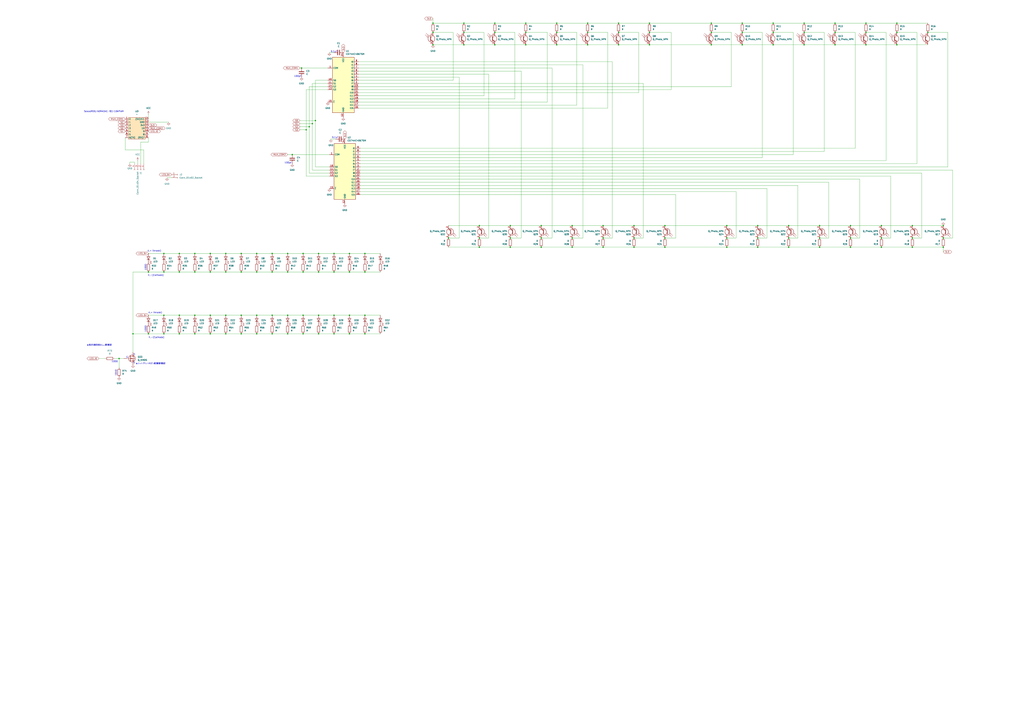
<source format=kicad_sch>
(kicad_sch (version 20250114) (generator "eeschema") (generator_version "9.0")
  (paper "A1")
  (text "A,+（Anode)" (at 127.508 257.048 0) (effects (font (size 1.27 1.27))))
  (text "K,-(Cathode)" (at 128.524 277.368 0) (effects (font (size 1.27 1.27))))
  (text "100Ω" (at 119.6437 270.256 90) (effects (font (size 1.27 1.27))))
  (text "100pF" (at 236.728 133.858 0) (effects (font (size 1.27 1.27))))
  (text "100Ω" (at 119.634 219.71 90) (effects (font (size 1.27 1.27))))
  (text "K,-(Cathode)" (at 128.016 226.314 0) (effects (font (size 1.27 1.27))))
  (text "A,+（Anode)" (at 126.746 206.248 0) (effects (font (size 1.27 1.27))))
  (text "※フットプリントのピン配置要確認" (at 123.698 298.958 0) (effects (font (size 1.27 1.27))))
  (text "S" (at 110.236 298.196 0) (effects (font (size 1.27 1.27))))
  (text "SeeedのD0/A0のみDAC、他1~10はPWM" (at 85.344 91.694 0) (effects (font (size 1.27 1.27))))
  (text "※抵抗値自信なし。要確認" (at 81.534 283.718 0) (effects (font (size 1.27 1.27))))
  (text "G\n" (at 104.394 293.624 0) (effects (font (size 1.27 1.27))))
  (text "10kΩ" (at 95.25 306.324 90) (effects (font (size 1.27 1.27))))
  (text "0.1uF" (at 274.32 42.418 0) (effects (font (size 1.27 1.27))))
  (text "D\n" (at 110.236 291.338 0) (effects (font (size 1.27 1.27))))
  (text "100Ω" (at 94.234 297.18 0) (effects (font (size 1.27 1.27))))
  (text "100pF" (at 244.602 62.738 0) (effects (font (size 1.27 1.27))))
  (text "0.1uF" (at 275.336 113.03 0) (effects (font (size 1.27 1.27))))
  (junction (at 622.3 185.42))
  (junction (at 134.62 223.52))
  (junction (at 185.42 223.52))
  (junction (at 274.32 208.28))
  (junction (at 223.52 259.08))
  (junction (at 287.02 208.28))
  (junction (at 635 36.83))
  (junction (at 660.4 26.67))
  (junction (at 236.22 208.28))
  (junction (at 236.22 259.08))
  (junction (at 622.3 195.58))
  (junction (at 240.03 127))
  (junction (at 723.9 185.42))
  (junction (at 147.32 208.28))
  (junction (at 495.3 195.58))
  (junction (at 256.54 101.6))
  (junction (at 533.4 26.67))
  (junction (at 185.42 274.32))
  (junction (at 210.82 259.08))
  (junction (at 647.7 185.42))
  (junction (at 647.7 195.58))
  (junction (at 520.7 203.2))
  (junction (at 393.7 185.42))
  (junction (at 210.82 223.52))
  (junction (at 584.2 26.67))
  (junction (at 259.08 99.06))
  (junction (at 147.32 259.08))
  (junction (at 251.46 106.68))
  (junction (at 355.6 19.05))
  (junction (at 172.72 259.08))
  (junction (at 368.3 195.58))
  (junction (at 406.4 26.67))
  (junction (at 406.4 19.05))
  (junction (at 635 19.05))
  (junction (at 134.62 208.28))
  (junction (at 723.9 203.2))
  (junction (at 546.1 195.58))
  (junction (at 198.12 223.52))
  (junction (at 508 36.83))
  (junction (at 584.2 19.05))
  (junction (at 482.6 19.05))
  (junction (at 609.6 36.83))
  (junction (at 431.8 19.05))
  (junction (at 596.9 203.2))
  (junction (at 520.7 195.58))
  (junction (at 381 19.05))
  (junction (at 495.3 185.42))
  (junction (at 185.42 208.28))
  (junction (at 622.3 203.2))
  (junction (at 482.6 26.67))
  (junction (at 647.7 203.2))
  (junction (at 248.92 208.28))
  (junction (at 198.12 259.08))
  (junction (at 444.5 195.58))
  (junction (at 419.1 195.58))
  (junction (at 673.1 185.42))
  (junction (at 406.4 36.83))
  (junction (at 172.72 274.32))
  (junction (at 749.3 195.58))
  (junction (at 546.1 203.2))
  (junction (at 457.2 19.05))
  (junction (at 546.1 185.42))
  (junction (at 134.62 259.08))
  (junction (at 210.82 274.32))
  (junction (at 393.7 203.2))
  (junction (at 533.4 36.83))
  (junction (at 711.2 19.05))
  (junction (at 711.2 36.83))
  (junction (at 287.02 223.52))
  (junction (at 160.02 223.52))
  (junction (at 109.22 274.32))
  (junction (at 444.5 203.2))
  (junction (at 698.5 203.2))
  (junction (at 495.3 203.2))
  (junction (at 355.6 36.83))
  (junction (at 609.6 26.67))
  (junction (at 673.1 203.2))
  (junction (at 774.7 195.58))
  (junction (at 172.72 208.28))
  (junction (at 134.62 274.32))
  (junction (at 248.92 274.32))
  (junction (at 431.8 26.67))
  (junction (at 660.4 36.83))
  (junction (at 482.6 36.83))
  (junction (at 508 19.05))
  (junction (at 121.92 274.32))
  (junction (at 736.6 19.05))
  (junction (at 299.72 223.52))
  (junction (at 698.5 185.42))
  (junction (at 635 26.67))
  (junction (at 723.9 195.58))
  (junction (at 185.42 259.08))
  (junction (at 172.72 223.52))
  (junction (at 299.72 274.32))
  (junction (at 596.9 185.42))
  (junction (at 261.62 208.28))
  (junction (at 457.2 26.67))
  (junction (at 533.4 19.05))
  (junction (at 198.12 208.28))
  (junction (at 711.2 26.67))
  (junction (at 393.7 195.58))
  (junction (at 749.3 203.2))
  (junction (at 210.82 208.28))
  (junction (at 254 104.14))
  (junction (at 444.5 185.42))
  (junction (at 457.2 36.83))
  (junction (at 248.92 259.08))
  (junction (at 160.02 259.08))
  (junction (at 749.3 185.42))
  (junction (at 223.52 208.28))
  (junction (at 596.9 195.58))
  (junction (at 287.02 259.08))
  (junction (at 299.72 208.28))
  (junction (at 774.7 203.2))
  (junction (at 469.9 195.58))
  (junction (at 419.1 203.2))
  (junction (at 520.7 185.42))
  (junction (at 287.02 274.32))
  (junction (at 355.6 26.67))
  (junction (at 274.32 259.08))
  (junction (at 469.9 203.2))
  (junction (at 160.02 274.32))
  (junction (at 147.32 223.52))
  (junction (at 584.2 36.83))
  (junction (at 673.1 195.58))
  (junction (at 762 26.67))
  (junction (at 261.62 223.52))
  (junction (at 261.62 274.32))
  (junction (at 381 26.67))
  (junction (at 419.1 185.42))
  (junction (at 469.9 185.42))
  (junction (at 736.6 36.83))
  (junction (at 381 36.83))
  (junction (at 223.52 223.52))
  (junction (at 274.32 223.52))
  (junction (at 236.22 274.32))
  (junction (at 247.65 55.88))
  (junction (at 685.8 19.05))
  (junction (at 431.8 36.83))
  (junction (at 236.22 223.52))
  (junction (at 508 26.67))
  (junction (at 698.5 195.58))
  (junction (at 685.8 26.67))
  (junction (at 660.4 19.05))
  (junction (at 736.6 26.67))
  (junction (at 774.7 185.42))
  (junction (at 609.6 19.05))
  (junction (at 685.8 36.83))
  (junction (at 198.12 274.32))
  (junction (at 261.62 259.08))
  (junction (at 223.52 274.32))
  (junction (at 121.92 223.52))
  (junction (at 248.92 223.52))
  (junction (at 97.79 294.64))
  (junction (at 274.32 274.32))
  (junction (at 147.32 274.32))
  (junction (at 160.02 208.28))
  (junction (at 299.72 259.08))
  (wire (pts (xy 596.9 203.2) (xy 546.1 203.2)))
  (wire (pts (xy 393.7 203.2) (xy 368.3 203.2)))
  (wire (pts (xy 685.8 36.83) (xy 711.2 36.83)))
  (wire (pts (xy 673.1 203.2) (xy 647.7 203.2)))
  (wire (pts (xy 774.7 203.2) (xy 749.3 203.2)))
  (wire (pts (xy 377.19 63.5) (xy 294.64 63.5)))
  (wire (pts (xy 115.57 116.84) (xy 115.57 134.62)))
  (wire (pts (xy 121.92 259.08) (xy 134.62 259.08)))
  (wire (pts (xy 270.51 139.7) (xy 256.54 139.7)))
  (wire (pts (xy 261.62 223.52) (xy 274.32 223.52)))
  (wire (pts (xy 635 19.05) (xy 660.4 19.05)))
  (wire (pts (xy 680.72 149.86) (xy 680.72 195.58)))
  (wire (pts (xy 147.32 259.08) (xy 160.02 259.08)))
  (wire (pts (xy 473.71 86.36) (xy 473.71 26.67)))
  (wire (pts (xy 702.31 26.67) (xy 685.8 26.67)))
  (wire (pts (xy 274.32 208.28) (xy 287.02 208.28)))
  (wire (pts (xy 372.11 26.67) (xy 372.11 66.04)))
  (wire (pts (xy 502.92 195.58) (xy 495.3 195.58)))
  (wire (pts (xy 528.32 195.58) (xy 520.7 195.58)))
  (wire (pts (xy 251.46 144.78) (xy 270.51 144.78)))
  (wire (pts (xy 256.54 101.6) (xy 256.54 68.58)))
  (wire (pts (xy 499.11 88.9) (xy 294.64 88.9)))
  (wire (pts (xy 274.32 223.52) (xy 287.02 223.52)))
  (wire (pts (xy 478.79 195.58) (xy 478.79 53.34)))
  (wire (pts (xy 723.9 185.42) (xy 698.5 185.42)))
  (wire (pts (xy 355.6 36.83) (xy 381 36.83)))
  (wire (pts (xy 596.9 185.42) (xy 546.1 185.42)))
  (wire (pts (xy 246.38 104.14) (xy 254 104.14)))
  (wire (pts (xy 655.32 152.4) (xy 655.32 195.58)))
  (wire (pts (xy 723.9 203.2) (xy 698.5 203.2)))
  (wire (pts (xy 113.03 132.08) (xy 113.03 134.62)))
  (wire (pts (xy 269.24 71.12) (xy 254 71.12)))
  (wire (pts (xy 294.64 73.66) (xy 551.18 73.66)))
  (wire (pts (xy 236.22 223.52) (xy 248.92 223.52)))
  (wire (pts (xy 609.6 19.05) (xy 635 19.05)))
  (wire (pts (xy 377.19 195.58) (xy 377.19 63.5)))
  (wire (pts (xy 584.2 19.05) (xy 609.6 19.05)))
  (wire (pts (xy 698.5 185.42) (xy 673.1 185.42)))
  (wire (pts (xy 469.9 195.58) (xy 478.79 195.58)))
  (wire (pts (xy 259.08 137.16) (xy 270.51 137.16)))
  (wire (pts (xy 449.58 26.67) (xy 449.58 83.82)))
  (wire (pts (xy 419.1 203.2) (xy 393.7 203.2)))
  (wire (pts (xy 495.3 185.42) (xy 469.9 185.42)))
  (wire (pts (xy 109.22 223.52) (xy 109.22 274.32)))
  (wire (pts (xy 457.2 19.05) (xy 482.6 19.05)))
  (wire (pts (xy 248.92 274.32) (xy 261.62 274.32)))
  (wire (pts (xy 160.02 274.32) (xy 172.72 274.32)))
  (wire (pts (xy 160.02 259.08) (xy 172.72 259.08)))
  (wire (pts (xy 295.91 127) (xy 651.51 127)))
  (wire (pts (xy 274.32 274.32) (xy 287.02 274.32)))
  (wire (pts (xy 210.82 208.28) (xy 223.52 208.28)))
  (wire (pts (xy 609.6 36.83) (xy 635 36.83)))
  (wire (pts (xy 685.8 19.05) (xy 711.2 19.05)))
  (wire (pts (xy 431.8 36.83) (xy 457.2 36.83)))
  (wire (pts (xy 635 36.83) (xy 660.4 36.83)))
  (wire (pts (xy 756.92 195.58) (xy 749.3 195.58)))
  (wire (pts (xy 121.92 274.32) (xy 109.22 274.32)))
  (wire (pts (xy 600.71 26.67) (xy 584.2 26.67)))
  (wire (pts (xy 508 36.83) (xy 533.4 36.83)))
  (wire (pts (xy 223.52 259.08) (xy 236.22 259.08)))
  (wire (pts (xy 736.6 36.83) (xy 762 36.83)))
  (wire (pts (xy 629.92 154.94) (xy 629.92 195.58)))
  (wire (pts (xy 121.92 223.52) (xy 109.22 223.52)))
  (wire (pts (xy 121.92 208.28) (xy 134.62 208.28)))
  (wire (pts (xy 299.72 223.52) (xy 312.42 223.52)))
  (wire (pts (xy 248.92 208.28) (xy 261.62 208.28)))
  (wire (pts (xy 651.51 127) (xy 651.51 26.67)))
  (wire (pts (xy 102.87 123.19) (xy 118.11 123.19)))
  (wire (pts (xy 626.11 26.67) (xy 626.11 129.54)))
  (wire (pts (xy 295.91 152.4) (xy 655.32 152.4)))
  (wire (pts (xy 469.9 203.2) (xy 444.5 203.2)))
  (wire (pts (xy 546.1 195.58) (xy 554.99 195.58)))
  (wire (pts (xy 731.52 195.58) (xy 723.9 195.58)))
  (wire (pts (xy 236.22 274.32) (xy 248.92 274.32)))
  (wire (pts (xy 295.91 134.62) (xy 753.11 134.62)))
  (wire (pts (xy 676.91 26.67) (xy 660.4 26.67)))
  (wire (pts (xy 121.92 116.84) (xy 115.57 116.84)))
  (wire (pts (xy 711.2 36.83) (xy 736.6 36.83)))
  (wire (pts (xy 137.16 146.05) (xy 140.97 146.05)))
  (wire (pts (xy 160.02 208.28) (xy 172.72 208.28)))
  (wire (pts (xy 727.71 132.08) (xy 727.71 26.67)))
  (wire (pts (xy 533.4 36.83) (xy 584.2 36.83)))
  (wire (pts (xy 294.64 86.36) (xy 473.71 86.36)))
  (wire (pts (xy 102.87 113.03) (xy 102.87 123.19)))
  (wire (pts (xy 259.08 99.06) (xy 259.08 137.16)))
  (wire (pts (xy 584.2 36.83) (xy 609.6 36.83)))
  (wire (pts (xy 397.51 78.74) (xy 397.51 26.67)))
  (wire (pts (xy 246.38 99.06) (xy 259.08 99.06)))
  (wire (pts (xy 198.12 259.08) (xy 210.82 259.08)))
  (wire (pts (xy 223.52 208.28) (xy 236.22 208.28)))
  (wire (pts (xy 254 71.12) (xy 254 104.14)))
  (wire (pts (xy 134.62 223.52) (xy 147.32 223.52)))
  (wire (pts (xy 778.51 26.67) (xy 762 26.67)))
  (wire (pts (xy 223.52 274.32) (xy 236.22 274.32)))
  (wire (pts (xy 110.49 133.35) (xy 110.49 134.62)))
  (wire (pts (xy 246.38 55.88) (xy 247.65 55.88)))
  (wire (pts (xy 121.92 113.03) (xy 121.92 116.84)))
  (wire (pts (xy 269.24 66.04) (xy 259.08 66.04)))
  (wire (pts (xy 520.7 185.42) (xy 495.3 185.42)))
  (wire (pts (xy 248.92 259.08) (xy 261.62 259.08)))
  (wire (pts (xy 495.3 203.2) (xy 469.9 203.2)))
  (wire (pts (xy 294.64 76.2) (xy 524.51 76.2)))
  (wire (pts (xy 274.32 259.08) (xy 287.02 259.08)))
  (wire (pts (xy 406.4 19.05) (xy 431.8 19.05)))
  (wire (pts (xy 185.42 208.28) (xy 198.12 208.28)))
  (wire (pts (xy 246.38 101.6) (xy 256.54 101.6)))
  (wire (pts (xy 256.54 68.58) (xy 269.24 68.58)))
  (wire (pts (xy 444.5 185.42) (xy 419.1 185.42)))
  (wire (pts (xy 546.1 185.42) (xy 520.7 185.42)))
  (wire (pts (xy 299.72 274.32) (xy 312.42 274.32)))
  (wire (pts (xy 198.12 208.28) (xy 210.82 208.28)))
  (wire (pts (xy 97.79 294.64) (xy 101.6 294.64)))
  (wire (pts (xy 294.64 81.28) (xy 422.91 81.28)))
  (wire (pts (xy 81.28 294.64) (xy 86.36 294.64)))
  (wire (pts (xy 261.62 259.08) (xy 274.32 259.08)))
  (wire (pts (xy 261.62 274.32) (xy 274.32 274.32)))
  (wire (pts (xy 406.4 26.67) (xy 422.91 26.67)))
  (wire (pts (xy 449.58 83.82) (xy 294.64 83.82)))
  (wire (pts (xy 248.92 223.52) (xy 261.62 223.52)))
  (wire (pts (xy 753.11 26.67) (xy 736.6 26.67)))
  (wire (pts (xy 482.6 36.83) (xy 508 36.83)))
  (wire (pts (xy 147.32 208.28) (xy 160.02 208.28)))
  (wire (pts (xy 271.78 114.3) (xy 275.59 114.3)))
  (wire (pts (xy 774.7 185.42) (xy 749.3 185.42)))
  (wire (pts (xy 482.6 26.67) (xy 499.11 26.67)))
  (wire (pts (xy 508 19.05) (xy 533.4 19.05)))
  (wire (pts (xy 381 36.83) (xy 406.4 36.83)))
  (wire (pts (xy 647.7 185.42) (xy 622.3 185.42)))
  (wire (pts (xy 294.64 68.58) (xy 528.32 68.58)))
  (wire (pts (xy 419.1 195.58) (xy 427.99 195.58)))
  (wire (pts (xy 121.92 100.33) (xy 138.43 100.33)))
  (wire (pts (xy 524.51 26.67) (xy 508 26.67)))
  (wire (pts (xy 121.92 93.98) (xy 121.92 97.79)))
  (wire (pts (xy 97.79 302.26) (xy 97.79 294.64)))
  (wire (pts (xy 294.64 60.96) (xy 401.32 60.96)))
  (wire (pts (xy 401.32 195.58) (xy 393.7 195.58)))
  (wire (pts (xy 551.18 73.66) (xy 551.18 26.67)))
  (wire (pts (xy 261.62 208.28) (xy 274.32 208.28)))
  (wire (pts (xy 427.99 195.58) (xy 427.99 58.42)))
  (wire (pts (xy 185.42 223.52) (xy 198.12 223.52)))
  (wire (pts (xy 106.68 134.62) (xy 106.68 133.35)))
  (wire (pts (xy 172.72 223.52) (xy 185.42 223.52)))
  (wire (pts (xy 134.62 274.32) (xy 147.32 274.32)))
  (wire (pts (xy 647.7 203.2) (xy 622.3 203.2)))
  (wire (pts (xy 210.82 274.32) (xy 223.52 274.32)))
  (wire (pts (xy 147.32 274.32) (xy 160.02 274.32)))
  (wire (pts (xy 393.7 185.42) (xy 368.3 185.42)))
  (wire (pts (xy 524.51 76.2) (xy 524.51 26.67)))
  (wire (pts (xy 731.52 144.78) (xy 731.52 195.58)))
  (wire (pts (xy 295.91 160.02) (xy 554.99 160.02)))
  (wire (pts (xy 533.4 19.05) (xy 584.2 19.05)))
  (wire (pts (xy 551.18 26.67) (xy 533.4 26.67)))
  (wire (pts (xy 160.02 223.52) (xy 172.72 223.52)))
  (wire (pts (xy 749.3 185.42) (xy 723.9 185.42)))
  (wire (pts (xy 401.32 60.96) (xy 401.32 195.58)))
  (wire (pts (xy 295.91 149.86) (xy 680.72 149.86)))
  (wire (pts (xy 702.31 121.92) (xy 702.31 26.67)))
  (wire (pts (xy 118.11 123.19) (xy 118.11 134.62)))
  (wire (pts (xy 256.54 139.7) (xy 256.54 101.6)))
  (wire (pts (xy 753.11 134.62) (xy 753.11 26.67)))
  (wire (pts (xy 172.72 259.08) (xy 185.42 259.08)))
  (wire (pts (xy 622.3 203.2) (xy 596.9 203.2)))
  (wire (pts (xy 198.12 274.32) (xy 210.82 274.32)))
  (wire (pts (xy 736.6 19.05) (xy 762 19.05)))
  (wire (pts (xy 444.5 203.2) (xy 419.1 203.2)))
  (wire (pts (xy 299.72 208.28) (xy 312.42 208.28)))
  (wire (pts (xy 172.72 208.28) (xy 185.42 208.28)))
  (wire (pts (xy 294.64 71.12) (xy 600.71 71.12)))
  (wire (pts (xy 778.51 137.16) (xy 778.51 26.67)))
  (wire (pts (xy 295.91 154.94) (xy 629.92 154.94)))
  (wire (pts (xy 254 104.14) (xy 254 142.24)))
  (wire (pts (xy 655.32 195.58) (xy 647.7 195.58)))
  (wire (pts (xy 419.1 185.42) (xy 393.7 185.42)))
  (wire (pts (xy 355.6 15.24) (xy 355.6 19.05)))
  (wire (pts (xy 546.1 203.2) (xy 520.7 203.2)))
  (wire (pts (xy 673.1 185.42) (xy 647.7 185.42)))
  (wire (pts (xy 287.02 274.32) (xy 299.72 274.32)))
  (wire (pts (xy 406.4 36.83) (xy 431.8 36.83)))
  (wire (pts (xy 246.38 106.68) (xy 251.46 106.68)))
  (wire (pts (xy 294.64 55.88) (xy 453.39 55.88)))
  (wire (pts (xy 295.91 144.78) (xy 731.52 144.78)))
  (wire (pts (xy 251.46 106.68) (xy 251.46 144.78)))
  (wire (pts (xy 295.91 121.92) (xy 702.31 121.92)))
  (wire (pts (xy 706.12 147.32) (xy 706.12 195.58)))
  (wire (pts (xy 287.02 259.08) (xy 299.72 259.08)))
  (wire (pts (xy 711.2 19.05) (xy 736.6 19.05)))
  (wire (pts (xy 295.91 139.7) (xy 782.32 139.7)))
  (wire (pts (xy 427.99 58.42) (xy 294.64 58.42)))
  (wire (pts (xy 295.91 157.48) (xy 604.52 157.48)))
  (wire (pts (xy 727.71 26.67) (xy 711.2 26.67)))
  (wire (pts (xy 185.42 259.08) (xy 198.12 259.08)))
  (wire (pts (xy 604.52 157.48) (xy 604.52 195.58)))
  (wire (pts (xy 355.6 26.67) (xy 372.11 26.67)))
  (wire (pts (xy 247.65 55.88) (xy 269.24 55.88)))
  (wire (pts (xy 223.52 223.52) (xy 236.22 223.52)))
  (wire (pts (xy 251.46 73.66) (xy 251.46 106.68)))
  (wire (pts (xy 355.6 19.05) (xy 381 19.05)))
  (wire (pts (xy 368.3 195.58) (xy 377.19 195.58)))
  (wire (pts (xy 478.79 53.34) (xy 294.64 53.34)))
  (wire (pts (xy 626.11 26.67) (xy 609.6 26.67)))
  (wire (pts (xy 287.02 208.28) (xy 299.72 208.28)))
  (wire (pts (xy 295.91 147.32) (xy 706.12 147.32)))
  (wire (pts (xy 93.98 294.64) (xy 97.79 294.64)))
  (wire (pts (xy 121.92 223.52) (xy 134.62 223.52)))
  (wire (pts (xy 254 142.24) (xy 270.51 142.24)))
  (wire (pts (xy 622.3 185.42) (xy 596.9 185.42)))
  (wire (pts (xy 676.91 124.46) (xy 676.91 26.67)))
  (wire (pts (xy 295.91 137.16) (xy 778.51 137.16)))
  (wire (pts (xy 381 19.05) (xy 406.4 19.05)))
  (wire (pts (xy 431.8 19.05) (xy 457.2 19.05)))
  (wire (pts (xy 236.22 127) (xy 240.03 127)))
  (wire (pts (xy 502.92 50.8) (xy 502.92 195.58)))
  (wire (pts (xy 782.32 139.7) (xy 782.32 195.58)))
  (wire (pts (xy 774.7 207.01) (xy 774.7 203.2)))
  (wire (pts (xy 287.02 223.52) (xy 299.72 223.52)))
  (wire (pts (xy 295.91 142.24) (xy 756.92 142.24)))
  (wire (pts (xy 109.22 274.32) (xy 109.22 289.56)))
  (wire (pts (xy 651.51 26.67) (xy 635 26.67)))
  (wire (pts (xy 259.08 66.04) (xy 259.08 99.06)))
  (wire (pts (xy 698.5 203.2) (xy 673.1 203.2)))
  (wire (pts (xy 469.9 185.42) (xy 444.5 185.42)))
  (wire (pts (xy 236.22 208.28) (xy 248.92 208.28)))
  (wire (pts (xy 381 26.67) (xy 397.51 26.67)))
  (wire (pts (xy 482.6 19.05) (xy 508 19.05)))
  (wire (pts (xy 295.91 124.46) (xy 676.91 124.46)))
  (wire (pts (xy 134.62 208.28) (xy 147.32 208.28)))
  (wire (pts (xy 372.11 66.04) (xy 294.64 66.04)))
  (wire (pts (xy 660.4 36.83) (xy 685.8 36.83)))
  (wire (pts (xy 269.24 73.66) (xy 251.46 73.66)))
  (wire (pts (xy 210.82 223.52) (xy 223.52 223.52)))
  (wire (pts (xy 147.32 223.52) (xy 160.02 223.52)))
  (wire (pts (xy 457.2 36.83) (xy 482.6 36.83)))
  (wire (pts (xy 422.91 26.67) (xy 422.91 81.28)))
  (wire (pts (xy 295.91 132.08) (xy 727.71 132.08)))
  (wire (pts (xy 706.12 195.58) (xy 698.5 195.58)))
  (wire (pts (xy 528.32 68.58) (xy 528.32 195.58)))
  (wire (pts (xy 106.68 133.35) (xy 110.49 133.35)))
  (wire (pts (xy 782.32 195.58) (xy 774.7 195.58)))
  (wire (pts (xy 660.4 19.05) (xy 685.8 19.05)))
  (wire (pts (xy 172.72 274.32) (xy 185.42 274.32)))
  (wire (pts (xy 294.64 78.74) (xy 397.51 78.74)))
  (wire (pts (xy 520.7 203.2) (xy 495.3 203.2)))
  (wire (pts (xy 236.22 259.08) (xy 248.92 259.08)))
  (wire (pts (xy 554.99 160.02) (xy 554.99 195.58)))
  (wire (pts (xy 210.82 259.08) (xy 223.52 259.08)))
  (wire (pts (xy 198.12 223.52) (xy 210.82 223.52)))
  (wire (pts (xy 604.52 195.58) (xy 596.9 195.58)))
  (wire (pts (xy 749.3 203.2) (xy 723.9 203.2)))
  (wire (pts (xy 453.39 195.58) (xy 444.5 195.58)))
  (wire (pts (xy 295.91 129.54) (xy 626.11 129.54)))
  (wire (pts (xy 453.39 55.88) (xy 453.39 195.58)))
  (wire (pts (xy 185.42 274.32) (xy 198.12 274.32)))
  (wire (pts (xy 431.8 26.67) (xy 449.58 26.67)))
  (wire (pts (xy 270.51 43.18) (xy 274.32 43.18)))
  (wire (pts (xy 294.64 50.8) (xy 502.92 50.8)))
  (wire (pts (xy 473.71 26.67) (xy 457.2 26.67)))
  (wire (pts (xy 680.72 195.58) (xy 673.1 195.58)))
  (wire (pts (xy 240.03 127) (xy 270.51 127)))
  (wire (pts (xy 134.62 259.08) (xy 147.32 259.08)))
  (wire (pts (xy 121.92 274.32) (xy 134.62 274.32)))
  (wire (pts (xy 499.11 26.67) (xy 499.11 88.9)))
  (wire (pts (xy 299.72 259.08) (xy 312.42 259.08)))
  (wire (pts (xy 756.92 142.24) (xy 756.92 195.58)))
  (wire (pts (xy 629.92 195.58) (xy 622.3 195.58)))
  (wire (pts (xy 600.71 71.12) (xy 600.71 26.67)))
  (global_label "3v3" (shape bidirectional) (at 355.6 15.24 180) (property "Intersheetrefs" "${INTERSHEET_REFS}" (effects (hide yes))))
  (global_label "LED_5V" (shape bidirectional) (at 121.92 259.08 180) (property "Intersheetrefs" "${INTERSHEET_REFS}" (effects (hide yes))))
  (global_label "S3" (shape bidirectional) (at 246.38 106.68 180) (property "Intersheetrefs" "${INTERSHEET_REFS}" (effects (hide yes))))
  (global_label "LED_5V" (shape bidirectional) (at 121.92 208.28 180) (property "Intersheetrefs" "${INTERSHEET_REFS}" (effects (hide yes))))
  (global_label "LED_IO" (shape bidirectional) (at 121.92 107.95 0) (property "Intersheetrefs" "${INTERSHEET_REFS}" (effects (hide yes))))
  (global_label "3v3" (shape bidirectional) (at 283.21 114.3 90) (property "Intersheetrefs" "${INTERSHEET_REFS}" (effects (hide yes))))
  (global_label "3v3" (shape bidirectional) (at 121.92 102.87 0) (property "Intersheetrefs" "${INTERSHEET_REFS}" (effects (hide yes))))
  (global_label "3v3" (shape bidirectional) (at 281.94 43.18 90) (property "Intersheetrefs" "${INTERSHEET_REFS}" (effects (hide yes))))
  (global_label "LED_IO" (shape bidirectional) (at 81.28 294.64 180) (property "Intersheetrefs" "${INTERSHEET_REFS}" (effects (hide yes))))
  (global_label "MUX_COM2" (shape bidirectional) (at 121.92 105.41 0) (property "Intersheetrefs" "${INTERSHEET_REFS}" (effects (hide yes))))
  (global_label "S2" (shape bidirectional) (at 246.38 104.14 180) (property "Intersheetrefs" "${INTERSHEET_REFS}" (effects (hide yes))))
  (global_label "S3" (shape bidirectional) (at 102.87 102.87 180) (property "Intersheetrefs" "${INTERSHEET_REFS}" (effects (hide yes))))
  (global_label "MUX_COM1" (shape bidirectional) (at 102.87 97.79 180) (property "Intersheetrefs" "${INTERSHEET_REFS}" (effects (hide yes))))
  (global_label "S2" (shape bidirectional) (at 102.87 100.33 180) (property "Intersheetrefs" "${INTERSHEET_REFS}" (effects (hide yes))))
  (global_label "MUX_COM2" (shape bidirectional) (at 236.22 127 180) (property "Intersheetrefs" "${INTERSHEET_REFS}" (effects (hide yes))))
  (global_label "S0" (shape bidirectional) (at 102.87 105.41 180) (property "Intersheetrefs" "${INTERSHEET_REFS}" (effects (hide yes))))
  (global_label "LED_5V" (shape bidirectional) (at 140.97 143.51 180) (property "Intersheetrefs" "${INTERSHEET_REFS}" (effects (hide yes))))
  (global_label "S0" (shape bidirectional) (at 246.38 99.06 180) (property "Intersheetrefs" "${INTERSHEET_REFS}" (effects (hide yes))))
  (global_label "3v3" (shape bidirectional) (at 774.7 207.01 0) (property "Intersheetrefs" "${INTERSHEET_REFS}" (effects (hide yes))))
  (global_label "MUX_COM1" (shape bidirectional) (at 246.38 55.88 180) (property "Intersheetrefs" "${INTERSHEET_REFS}" (effects (hide yes))))
  (global_label "S1" (shape bidirectional) (at 246.38 101.6 180) (property "Intersheetrefs" "${INTERSHEET_REFS}" (effects (hide yes))))
  (global_label "S1" (shape bidirectional) (at 102.87 107.95 180) (property "Intersheetrefs" "${INTERSHEET_REFS}" (effects (hide yes))))
  (symbol (lib_id "Device:R") (at 457.2 22.86 0) (unit 1)
    (property "Reference" "R5" (at 459.74 21.5899 0) (effects (justify left)))
    (property "Value" "R" (at 459.74 24.1299 0) (effects (justify left)))
    (property "Footprint" "Resistor_SMD:R_0603_1608Metric_Pad0.98x0.95mm_HandSolder" (effects (hide yes)))
    (property "Description" "Resistor" (effects (hide yes)))
  )
  (symbol (lib_id "Device:R") (at 762 22.86 0) (unit 1)
    (property "Reference" "R16" (at 764.54 21.5899 0) (effects (justify left)))
    (property "Value" "R" (at 764.54 24.1299 0) (effects (justify left)))
    (property "Footprint" "Resistor_SMD:R_0603_1608Metric_Pad0.98x0.95mm_HandSolder" (effects (hide yes)))
    (property "Description" "Resistor" (effects (hide yes)))
  )
  (symbol (lib_id "Device:R") (at 482.6 22.86 0) (unit 1)
    (property "Reference" "R6" (at 485.14 21.5899 0) (effects (justify left)))
    (property "Value" "R" (at 485.14 24.1299 0) (effects (justify left)))
    (property "Footprint" "Resistor_SMD:R_0603_1608Metric_Pad0.98x0.95mm_HandSolder" (effects (hide yes)))
    (property "Description" "Resistor" (effects (hide yes)))
  )
  (symbol (lib_id "Device:LED") (at 172.72 262.89 90) (unit 1)
    (property "Reference" "D21" (at 176.53 263.2074 90) (effects (justify right)))
    (property "Value" "LED" (at 176.53 265.7474 90) (effects (justify right)))
    (property "Footprint" "LED_SMD:LED_0603_1608Metric_Pad1.05x0.95mm_HandSolder" (effects (hide yes)))
    (property "Description" "Light emitting diode" (effects (hide yes)))
    (property "Sim.Pins" "1=K 2=A" (effects (hide yes)))
  )
  (symbol (lib_id "Device:LED") (at 223.52 262.89 90) (unit 1)
    (property "Reference" "D25" (at 227.33 263.2074 90) (effects (justify right)))
    (property "Value" "LED" (at 227.33 265.7474 90) (effects (justify right)))
    (property "Footprint" "LED_SMD:LED_0603_1608Metric_Pad1.05x0.95mm_HandSolder" (effects (hide yes)))
    (property "Description" "Light emitting diode" (effects (hide yes)))
    (property "Sim.Pins" "1=K 2=A" (effects (hide yes)))
  )
  (symbol (lib_id "Device:R") (at 223.52 270.51 0) (unit 1)
    (property "Reference" "R57" (at 226.06 269.2399 0) (effects (justify left)))
    (property "Value" "R" (at 226.06 271.7799 0) (effects (justify left)))
    (property "Footprint" "Resistor_SMD:R_0603_1608Metric_Pad0.98x0.95mm_HandSolder" (effects (hide yes)))
    (property "Description" "Resistor" (effects (hide yes)))
  )
  (symbol (lib_id "Device:R") (at 546.1 199.39 180) (unit 1)
    (property "Reference" "R25" (at 543.56 200.6601 0) (effects (justify left)))
    (property "Value" "R" (at 543.56 198.1201 0) (effects (justify left)))
    (property "Footprint" "Resistor_SMD:R_0603_1608Metric_Pad0.98x0.95mm_HandSolder" (effects (hide yes)))
    (property "Description" "Resistor" (effects (hide yes)))
  )
  (symbol (lib_id "Device:R") (at 121.92 270.51 0) (unit 1)
    (property "Reference" "R49" (at 124.46 269.2399 0) (effects (justify left)))
    (property "Value" "R" (at 124.46 271.7799 0) (effects (justify left)))
    (property "Footprint" "Resistor_SMD:R_0603_1608Metric_Pad0.98x0.95mm_HandSolder" (effects (hide yes)))
    (property "Description" "Resistor" (effects (hide yes)))
  )
  (symbol (lib_id "Device:R") (at 312.42 270.51 0) (unit 1)
    (property "Reference" "R64" (at 314.96 269.2399 0) (effects (justify left)))
    (property "Value" "R" (at 314.96 271.7799 0) (effects (justify left)))
    (property "Footprint" "Resistor_SMD:R_0603_1608Metric_Pad0.98x0.95mm_HandSolder" (effects (hide yes)))
    (property "Description" "Resistor" (effects (hide yes)))
  )
  (symbol (lib_id "power:GND") (at 281.94 96.52 0) (unit 1)
    (property "Reference" "#PWR04" (effects (hide yes)))
    (property "Value" "GND" (at 281.94 101.6 0))
    (property "Description" "Power symbol creates a global label with name \"GND\" , ground" (effects (hide yes)))
  )
  (symbol (lib_id "Device:R") (at 660.4 22.86 0) (unit 1)
    (property "Reference" "R12" (at 662.94 21.5899 0) (effects (justify left)))
    (property "Value" "R" (at 662.94 24.1299 0) (effects (justify left)))
    (property "Footprint" "Resistor_SMD:R_0603_1608Metric_Pad0.98x0.95mm_HandSolder" (effects (hide yes)))
    (property "Description" "Resistor" (effects (hide yes)))
  )
  (symbol (lib_id "Device:R") (at 210.82 270.51 0) (unit 1)
    (property "Reference" "R56" (at 213.36 269.2399 0) (effects (justify left)))
    (property "Value" "R" (at 213.36 271.7799 0) (effects (justify left)))
    (property "Footprint" "Resistor_SMD:R_0603_1608Metric_Pad0.98x0.95mm_HandSolder" (effects (hide yes)))
    (property "Description" "Resistor" (effects (hide yes)))
  )
  (symbol (lib_id "Device:R") (at 198.12 219.71 0) (unit 1)
    (property "Reference" "R39" (at 200.66 218.4399 0) (effects (justify left)))
    (property "Value" "R" (at 200.66 220.9799 0) (effects (justify left)))
    (property "Footprint" "Resistor_SMD:R_0603_1608Metric_Pad0.98x0.95mm_HandSolder" (effects (hide yes)))
    (property "Description" "Resistor" (effects (hide yes)))
  )
  (symbol (lib_id "Device:R") (at 723.9 199.39 180) (unit 1)
    (property "Reference" "R19" (at 721.36 200.6601 0) (effects (justify left)))
    (property "Value" "R" (at 721.36 198.1201 0) (effects (justify left)))
    (property "Footprint" "Resistor_SMD:R_0603_1608Metric_Pad0.98x0.95mm_HandSolder" (effects (hide yes)))
    (property "Description" "Resistor" (effects (hide yes)))
  )
  (symbol (lib_id "Device:LED") (at 134.62 262.89 90) (unit 1)
    (property "Reference" "D18" (at 138.43 263.2074 90) (effects (justify right)))
    (property "Value" "LED" (at 138.43 265.7474 90) (effects (justify right)))
    (property "Footprint" "LED_SMD:LED_0603_1608Metric_Pad1.05x0.95mm_HandSolder" (effects (hide yes)))
    (property "Description" "Light emitting diode" (effects (hide yes)))
    (property "Sim.Pins" "1=K 2=A" (effects (hide yes)))
  )
  (symbol (lib_id "Device:Q_Photo_NPN") (at 480.06 31.75 0) (unit 1)
    (property "Reference" "Q6" (at 485.14 29.7306 0) (effects (justify left)))
    (property "Value" "Q_Photo_NPN" (at 485.14 32.2706 0) (effects (justify left)))
    (property "Footprint" "Diode_SMD:D_0603_1608Metric_Pad1.05x0.95mm_HandSolder" (effects (hide yes)))
    (property "Description" "NPN phototransistor, collector/emitter" (effects (hide yes)))
  )
  (symbol (lib_id "Device:Q_Photo_NPN") (at 472.44 190.5 180) (unit 1)
    (property "Reference" "Q28" (at 467.36 192.5194 0) (effects (justify left)))
    (property "Value" "Q_Photo_NPN" (at 467.36 189.9794 0) (effects (justify left)))
    (property "Footprint" "Diode_SMD:D_0603_1608Metric_Pad1.05x0.95mm_HandSolder" (effects (hide yes)))
    (property "Description" "NPN phototransistor, collector/emitter" (effects (hide yes)))
  )
  (symbol (lib_id "Device:C") (at 247.65 59.69 0) (unit 1)
    (property "Reference" "C3" (at 251.46 58.4199 0) (effects (justify left)))
    (property "Value" "C" (at 251.46 60.9599 0) (effects (justify left)))
    (property "Footprint" "Capacitor_THT:C_Disc_D4.3mm_W1.9mm_P5.00mm" (effects (hide yes)))
    (property "Description" "Unpolarized capacitor" (effects (hide yes)))
  )
  (symbol (lib_id "Device:R") (at 160.02 219.71 0) (unit 1)
    (property "Reference" "R36" (at 162.56 218.4399 0) (effects (justify left)))
    (property "Value" "R" (at 162.56 220.9799 0) (effects (justify left)))
    (property "Footprint" "Resistor_SMD:R_0603_1608Metric_Pad0.98x0.95mm_HandSolder" (effects (hide yes)))
    (property "Description" "Resistor" (effects (hide yes)))
  )
  (symbol (lib_id "power:GND") (at 270.51 154.94 0) (unit 1)
    (property "Reference" "#PWR018" (effects (hide yes)))
    (property "Value" "GND" (at 270.51 160.02 0))
    (property "Description" "Power symbol creates a global label with name \"GND\" , ground" (effects (hide yes)))
  )
  (symbol (lib_id "Device:LED") (at 274.32 262.89 90) (unit 1)
    (property "Reference" "D29" (at 278.13 263.2074 90) (effects (justify right)))
    (property "Value" "LED" (at 278.13 265.7474 90) (effects (justify right)))
    (property "Footprint" "LED_SMD:LED_0603_1608Metric_Pad1.05x0.95mm_HandSolder" (effects (hide yes)))
    (property "Description" "Light emitting diode" (effects (hide yes)))
    (property "Sim.Pins" "1=K 2=A" (effects (hide yes)))
  )
  (symbol (lib_id "Device:Q_Photo_NPN") (at 599.44 190.5 180) (unit 1)
    (property "Reference" "Q24" (at 594.36 192.5194 0) (effects (justify left)))
    (property "Value" "Q_Photo_NPN" (at 594.36 189.9794 0) (effects (justify left)))
    (property "Footprint" "Diode_SMD:D_0603_1608Metric_Pad1.05x0.95mm_HandSolder" (effects (hide yes)))
    (property "Description" "NPN phototransistor, collector/emitter" (effects (hide yes)))
  )
  (symbol (lib_id "Connector:Conn_01x02_Socket") (at 146.05 143.51 0) (unit 1)
    (property "Reference" "J2" (at 147.32 143.5099 0) (effects (justify left)))
    (property "Value" "Conn_01x02_Socket" (at 147.32 146.0499 0) (effects (justify left)))
    (property "Footprint" "Connector_JST:JST_XH_S2B-XH-A_1x02_P2.50mm_Horizontal" (effects (hide yes)))
    (property "Description" "Generic connector, single row, 01x02, script generated" (effects (hide yes)))
  )
  (symbol (lib_id "Device:LED") (at 147.32 262.89 90) (unit 1)
    (property "Reference" "D19" (at 151.13 263.2074 90) (effects (justify right)))
    (property "Value" "LED" (at 151.13 265.7474 90) (effects (justify right)))
    (property "Footprint" "LED_SMD:LED_0603_1608Metric_Pad1.05x0.95mm_HandSolder" (effects (hide yes)))
    (property "Description" "Light emitting diode" (effects (hide yes)))
    (property "Sim.Pins" "1=K 2=A" (effects (hide yes)))
  )
  (symbol (lib_id "Device:LED") (at 210.82 262.89 90) (unit 1)
    (property "Reference" "D24" (at 214.63 263.2074 90) (effects (justify right)))
    (property "Value" "LED" (at 214.63 265.7474 90) (effects (justify right)))
    (property "Footprint" "LED_SMD:LED_0603_1608Metric_Pad1.05x0.95mm_HandSolder" (effects (hide yes)))
    (property "Description" "Light emitting diode" (effects (hide yes)))
    (property "Sim.Pins" "1=K 2=A" (effects (hide yes)))
  )
  (symbol (lib_id "power:VCC") (at 113.03 132.08 0) (mirror y) (unit 1)
    (property "Reference" "#PWR023" (effects (hide yes)))
    (property "Value" "VCC" (at 113.03 127 0))
    (property "Description" "Power symbol creates a global label with name \"VCC\"" (effects (hide yes)))
  )
  (symbol (lib_id "Device:R") (at 673.1 199.39 180) (unit 1)
    (property "Reference" "R21" (at 670.56 200.6601 0) (effects (justify left)))
    (property "Value" "R" (at 670.56 198.1201 0) (effects (justify left)))
    (property "Footprint" "Resistor_SMD:R_0603_1608Metric_Pad0.98x0.95mm_HandSolder" (effects (hide yes)))
    (property "Description" "Resistor" (effects (hide yes)))
  )
  (symbol (lib_id "Device:R") (at 419.1 199.39 180) (unit 1)
    (property "Reference" "R30" (at 416.56 200.6601 0) (effects (justify left)))
    (property "Value" "R" (at 416.56 198.1201 0) (effects (justify left)))
    (property "Footprint" "Resistor_SMD:R_0603_1608Metric_Pad0.98x0.95mm_HandSolder" (effects (hide yes)))
    (property "Description" "Resistor" (effects (hide yes)))
  )
  (symbol (lib_id "Device:R") (at 355.6 22.86 0) (unit 1)
    (property "Reference" "R1" (at 358.14 21.5899 0) (effects (justify left)))
    (property "Value" "R" (at 358.14 24.1299 0) (effects (justify left)))
    (property "Footprint" "Resistor_SMD:R_0603_1608Metric_Pad0.98x0.95mm_HandSolder" (effects (hide yes)))
    (property "Description" "Resistor" (effects (hide yes)))
  )
  (symbol (lib_id "Device:LED") (at 198.12 212.09 90) (unit 1)
    (property "Reference" "D7" (at 201.93 212.4074 90) (effects (justify right)))
    (property "Value" "LED" (at 201.93 214.9474 90) (effects (justify right)))
    (property "Footprint" "LED_SMD:LED_0603_1608Metric_Pad1.05x0.95mm_HandSolder" (effects (hide yes)))
    (property "Description" "Light emitting diode" (effects (hide yes)))
    (property "Sim.Pins" "1=K 2=A" (effects (hide yes)))
  )
  (symbol (lib_id "Device:Q_NMOS") (at 106.68 294.64 0) (unit 1)
    (property "Reference" "Q33" (at 113.03 293.3699 0) (effects (justify left)))
    (property "Value" "Q_NMOS" (at 113.03 295.9099 0) (effects (justify left)))
    (property "Footprint" "seeeduino:TO-251-3-1EP_Horizontal_TabDown_EDITED" (effects (hide yes)))
    (property "Description" "N-MOSFET transistor" (effects (hide yes)))
  )
  (symbol (lib_id "Device:R") (at 406.4 22.86 0) (unit 1)
    (property "Reference" "R3" (at 408.94 21.5899 0) (effects (justify left)))
    (property "Value" "R" (at 408.94 24.1299 0) (effects (justify left)))
    (property "Footprint" "Resistor_SMD:R_0603_1608Metric_Pad0.98x0.95mm_HandSolder" (effects (hide yes)))
    (property "Description" "Resistor" (effects (hide yes)))
  )
  (symbol (lib_id "Device:R") (at 381 22.86 0) (unit 1)
    (property "Reference" "R2" (at 383.54 21.5899 0) (effects (justify left)))
    (property "Value" "R" (at 383.54 24.1299 0) (effects (justify left)))
    (property "Footprint" "Resistor_SMD:R_0603_1608Metric_Pad0.98x0.95mm_HandSolder" (effects (hide yes)))
    (property "Description" "Resistor" (effects (hide yes)))
  )
  (symbol (lib_id "Device:LED") (at 198.12 262.89 90) (unit 1)
    (property "Reference" "D23" (at 201.93 263.2074 90) (effects (justify right)))
    (property "Value" "LED" (at 201.93 265.7474 90) (effects (justify right)))
    (property "Footprint" "LED_SMD:LED_0603_1608Metric_Pad1.05x0.95mm_HandSolder" (effects (hide yes)))
    (property "Description" "Light emitting diode" (effects (hide yes)))
    (property "Sim.Pins" "1=K 2=A" (effects (hide yes)))
  )
  (symbol (lib_id "Device:LED") (at 299.72 212.09 90) (unit 1)
    (property "Reference" "D15" (at 303.53 212.4074 90) (effects (justify right)))
    (property "Value" "LED" (at 303.53 214.9474 90) (effects (justify right)))
    (property "Footprint" "LED_SMD:LED_0603_1608Metric_Pad1.05x0.95mm_HandSolder" (effects (hide yes)))
    (property "Description" "Light emitting diode" (effects (hide yes)))
    (property "Sim.Pins" "1=K 2=A" (effects (hide yes)))
  )
  (symbol (lib_id "Device:R") (at 685.8 22.86 0) (unit 1)
    (property "Reference" "R13" (at 688.34 21.5899 0) (effects (justify left)))
    (property "Value" "R" (at 688.34 24.1299 0) (effects (justify left)))
    (property "Footprint" "Resistor_SMD:R_0603_1608Metric_Pad0.98x0.95mm_HandSolder" (effects (hide yes)))
    (property "Description" "Resistor" (effects (hide yes)))
  )
  (symbol (lib_id "Device:R") (at 147.32 219.71 0) (unit 1)
    (property "Reference" "R35" (at 149.86 218.4399 0) (effects (justify left)))
    (property "Value" "R" (at 149.86 220.9799 0) (effects (justify left)))
    (property "Footprint" "Resistor_SMD:R_0603_1608Metric_Pad0.98x0.95mm_HandSolder" (effects (hide yes)))
    (property "Description" "Resistor" (effects (hide yes)))
  )
  (symbol (lib_id "Device:Q_Photo_NPN") (at 581.66 31.75 0) (unit 1)
    (property "Reference" "Q9" (at 586.74 29.7306 0) (effects (justify left)))
    (property "Value" "Q_Photo_NPN" (at 586.74 32.2706 0) (effects (justify left)))
    (property "Footprint" "Diode_SMD:D_0603_1608Metric_Pad1.05x0.95mm_HandSolder" (effects (hide yes)))
    (property "Description" "NPN phototransistor, collector/emitter" (effects (hide yes)))
  )
  (symbol (lib_id "Device:Q_Photo_NPN") (at 726.44 190.5 180) (unit 1)
    (property "Reference" "Q19" (at 721.36 192.5194 0) (effects (justify left)))
    (property "Value" "Q_Photo_NPN" (at 721.36 189.9794 0) (effects (justify left)))
    (property "Footprint" "Diode_SMD:D_0603_1608Metric_Pad1.05x0.95mm_HandSolder" (effects (hide yes)))
    (property "Description" "NPN phototransistor, collector/emitter" (effects (hide yes)))
  )
  (symbol (lib_id "Device:R") (at 431.8 22.86 0) (unit 1)
    (property "Reference" "R4" (at 434.34 21.5899 0) (effects (justify left)))
    (property "Value" "R" (at 434.34 24.1299 0) (effects (justify left)))
    (property "Footprint" "Resistor_SMD:R_0603_1608Metric_Pad0.98x0.95mm_HandSolder" (effects (hide yes)))
    (property "Description" "Resistor" (effects (hide yes)))
  )
  (symbol (lib_id "Device:LED") (at 287.02 262.89 90) (unit 1)
    (property "Reference" "D30" (at 290.83 263.2074 90) (effects (justify right)))
    (property "Value" "LED" (at 290.83 265.7474 90) (effects (justify right)))
    (property "Footprint" "LED_SMD:LED_0603_1608Metric_Pad1.05x0.95mm_HandSolder" (effects (hide yes)))
    (property "Description" "Light emitting diode" (effects (hide yes)))
    (property "Sim.Pins" "1=K 2=A" (effects (hide yes)))
  )
  (symbol (lib_id "Device:LED") (at 223.52 212.09 90) (unit 1)
    (property "Reference" "D9" (at 227.33 212.4074 90) (effects (justify right)))
    (property "Value" "LED" (at 227.33 214.9474 90) (effects (justify right)))
    (property "Footprint" "LED_SMD:LED_0603_1608Metric_Pad1.05x0.95mm_HandSolder" (effects (hide yes)))
    (property "Description" "Light emitting diode" (effects (hide yes)))
    (property "Sim.Pins" "1=K 2=A" (effects (hide yes)))
  )
  (symbol (lib_id "74xx:CD74HC4067SM") (at 281.94 68.58 0) (unit 1)
    (property "Reference" "U1" (at 284.0833 41.91 0) (effects (justify left)))
    (property "Value" "CD74HC4067SM" (at 284.0833 44.45 0) (effects (justify left)))
    (property "Footprint" "Package_SO:SSOP-24_5.3x8.2mm_P0.65mm" (effects (hide yes)))
    (property "Datasheet" "http://www.ti.com/lit/ds/symlink/cd74hc4067.pdf" (effects (hide yes)))
    (property "Description" "High-Speed CMOS Logic 16-Channel Analog Multiplexer/Demultiplexer, SSOP-24" (effects (hide yes)))
  )
  (symbol (lib_id "Device:R") (at 495.3 199.39 180) (unit 1)
    (property "Reference" "R27" (at 492.76 200.6601 0) (effects (justify left)))
    (property "Value" "R" (at 492.76 198.1201 0) (effects (justify left)))
    (property "Footprint" "Resistor_SMD:R_0603_1608Metric_Pad0.98x0.95mm_HandSolder" (effects (hide yes)))
    (property "Description" "Resistor" (effects (hide yes)))
  )
  (symbol (lib_id "Device:LED") (at 312.42 262.89 90) (unit 1)
    (property "Reference" "D32" (at 316.23 263.2074 90) (effects (justify right)))
    (property "Value" "LED" (at 316.23 265.7474 90) (effects (justify right)))
    (property "Footprint" "LED_SMD:LED_0603_1608Metric_Pad1.05x0.95mm_HandSolder" (effects (hide yes)))
    (property "Description" "Light emitting diode" (effects (hide yes)))
    (property "Sim.Pins" "1=K 2=A" (effects (hide yes)))
  )
  (symbol (lib_id "Device:R") (at 508 22.86 0) (unit 1)
    (property "Reference" "R7" (at 510.54 21.5899 0) (effects (justify left)))
    (property "Value" "R" (at 510.54 24.1299 0) (effects (justify left)))
    (property "Footprint" "Resistor_SMD:R_0603_1608Metric_Pad0.98x0.95mm_HandSolder" (effects (hide yes)))
    (property "Description" "Resistor" (effects (hide yes)))
  )
  (symbol (lib_id "power:GND") (at 774.7 185.42 180) (unit 1)
    (property "Reference" "#PWR02" (effects (hide yes)))
    (property "Value" "GND" (at 774.7 180.34 0))
    (property "Description" "Power symbol creates a global label with name \"GND\" , ground" (effects (hide yes)))
  )
  (symbol (lib_id "Device:R") (at 185.42 219.71 0) (unit 1)
    (property "Reference" "R38" (at 187.96 218.4399 0) (effects (justify left)))
    (property "Value" "R" (at 187.96 220.9799 0) (effects (justify left)))
    (property "Footprint" "Resistor_SMD:R_0603_1608Metric_Pad0.98x0.95mm_HandSolder" (effects (hide yes)))
    (property "Description" "Resistor" (effects (hide yes)))
  )
  (symbol (lib_id "Device:R") (at 248.92 219.71 0) (unit 1)
    (property "Reference" "R43" (at 251.46 218.4399 0) (effects (justify left)))
    (property "Value" "R" (at 251.46 220.9799 0) (effects (justify left)))
    (property "Footprint" "Resistor_SMD:R_0603_1608Metric_Pad0.98x0.95mm_HandSolder" (effects (hide yes)))
    (property "Description" "Resistor" (effects (hide yes)))
  )
  (symbol (lib_id "Device:Q_Photo_NPN") (at 530.86 31.75 0) (unit 1)
    (property "Reference" "Q8" (at 535.94 29.7306 0) (effects (justify left)))
    (property "Value" "Q_Photo_NPN" (at 535.94 32.2706 0) (effects (justify left)))
    (property "Footprint" "Diode_SMD:D_0603_1608Metric_Pad1.05x0.95mm_HandSolder" (effects (hide yes)))
    (property "Description" "NPN phototransistor, collector/emitter" (effects (hide yes)))
  )
  (symbol (lib_id "Device:Q_Photo_NPN") (at 683.26 31.75 0) (unit 1)
    (property "Reference" "Q13" (at 688.34 29.7306 0) (effects (justify left)))
    (property "Value" "Q_Photo_NPN" (at 688.34 32.2706 0) (effects (justify left)))
    (property "Footprint" "Diode_SMD:D_0603_1608Metric_Pad1.05x0.95mm_HandSolder" (effects (hide yes)))
    (property "Description" "NPN phototransistor, collector/emitter" (effects (hide yes)))
  )
  (symbol (lib_id "Device:R") (at 172.72 219.71 0) (unit 1)
    (property "Reference" "R37" (at 175.26 218.4399 0) (effects (justify left)))
    (property "Value" "R" (at 175.26 220.9799 0) (effects (justify left)))
    (property "Footprint" "Resistor_SMD:R_0603_1608Metric_Pad0.98x0.95mm_HandSolder" (effects (hide yes)))
    (property "Description" "Resistor" (effects (hide yes)))
  )
  (symbol (lib_id "Device:Q_Photo_NPN") (at 701.04 190.5 180) (unit 1)
    (property "Reference" "Q20" (at 695.96 192.5194 0) (effects (justify left)))
    (property "Value" "Q_Photo_NPN" (at 695.96 189.9794 0) (effects (justify left)))
    (property "Footprint" "Diode_SMD:D_0603_1608Metric_Pad1.05x0.95mm_HandSolder" (effects (hide yes)))
    (property "Description" "NPN phototransistor, collector/emitter" (effects (hide yes)))
  )
  (symbol (lib_id "Device:R") (at 312.42 219.71 0) (unit 1)
    (property "Reference" "R48" (at 314.96 218.4399 0) (effects (justify left)))
    (property "Value" "R" (at 314.96 220.9799 0) (effects (justify left)))
    (property "Footprint" "Resistor_SMD:R_0603_1608Metric_Pad0.98x0.95mm_HandSolder" (effects (hide yes)))
    (property "Description" "Resistor" (effects (hide yes)))
  )
  (symbol (lib_id "Device:R") (at 198.12 270.51 0) (unit 1)
    (property "Reference" "R55" (at 200.66 269.2399 0) (effects (justify left)))
    (property "Value" "R" (at 200.66 271.7799 0) (effects (justify left)))
    (property "Footprint" "Resistor_SMD:R_0603_1608Metric_Pad0.98x0.95mm_HandSolder" (effects (hide yes)))
    (property "Description" "Resistor" (effects (hide yes)))
  )
  (symbol (lib_id "Device:R") (at 261.62 270.51 0) (unit 1)
    (property "Reference" "R60" (at 264.16 269.2399 0) (effects (justify left)))
    (property "Value" "R" (at 264.16 271.7799 0) (effects (justify left)))
    (property "Footprint" "Resistor_SMD:R_0603_1608Metric_Pad0.98x0.95mm_HandSolder" (effects (hide yes)))
    (property "Description" "Resistor" (effects (hide yes)))
  )
  (symbol (lib_id "Device:LED") (at 299.72 262.89 90) (unit 1)
    (property "Reference" "D31" (at 303.53 263.2074 90) (effects (justify right)))
    (property "Value" "LED" (at 303.53 265.7474 90) (effects (justify right)))
    (property "Footprint" "LED_SMD:LED_0603_1608Metric_Pad1.05x0.95mm_HandSolder" (effects (hide yes)))
    (property "Description" "Light emitting diode" (effects (hide yes)))
    (property "Sim.Pins" "1=K 2=A" (effects (hide yes)))
  )
  (symbol (lib_id "Device:Q_Photo_NPN") (at 378.46 31.75 0) (unit 1)
    (property "Reference" "Q2" (at 383.54 29.7306 0) (effects (justify left)))
    (property "Value" "Q_Photo_NPN" (at 383.54 32.2706 0) (effects (justify left)))
    (property "Footprint" "Diode_SMD:D_0603_1608Metric_Pad1.05x0.95mm_HandSolder" (effects (hide yes)))
    (property "Description" "NPN phototransistor, collector/emitter" (effects (hide yes)))
  )
  (symbol (lib_id "Connector:Conn_01x04_Socket") (at 115.57 139.7 270) (unit 1)
    (property "Reference" "J1" (at 115.5701 140.97 0) (effects (justify left)))
    (property "Value" "Conn_01x04_Socket" (at 113.0301 140.97 0) (effects (justify left)))
    (property "Footprint" "Connector_JST:JST_XH_S4B-XH-A-1_1x04_P2.50mm_Horizontal" (effects (hide yes)))
    (property "Description" "Generic connector, single row, 01x04, script generated" (effects (hide yes)))
  )
  (symbol (lib_id "Device:R") (at 698.5 199.39 180) (unit 1)
    (property "Reference" "R20" (at 695.96 200.6601 0) (effects (justify left)))
    (property "Value" "R" (at 695.96 198.1201 0) (effects (justify left)))
    (property "Footprint" "Resistor_SMD:R_0603_1608Metric_Pad0.98x0.95mm_HandSolder" (effects (hide yes)))
    (property "Description" "Resistor" (effects (hide yes)))
  )
  (symbol (lib_id "Device:R") (at 121.92 219.71 0) (unit 1)
    (property "Reference" "R33" (at 124.46 218.4399 0) (effects (justify left)))
    (property "Value" "R" (at 124.46 220.9799 0) (effects (justify left)))
    (property "Footprint" "Resistor_SMD:R_0603_1608Metric_Pad0.98x0.95mm_HandSolder" (effects (hide yes)))
    (property "Description" "Resistor" (effects (hide yes)))
  )
  (symbol (lib_id "power:GND") (at 270.51 43.18 0) (unit 1)
    (property "Reference" "#PWR012" (effects (hide yes)))
    (property "Value" "GND" (at 270.51 48.26 0))
    (property "Description" "Power symbol creates a global label with name \"GND\" , ground" (effects (hide yes)))
  )
  (symbol (lib_id "Device:C") (at 278.13 43.18 90) (unit 1)
    (property "Reference" "C1" (at 278.13 35.56 90))
    (property "Value" "C" (at 278.13 38.1 90))
    (property "Footprint" "Capacitor_SMD:C_0603_1608Metric_Pad1.08x0.95mm_HandSolder" (effects (hide yes)))
    (property "Description" "Unpolarized capacitor" (effects (hide yes)))
  )
  (symbol (lib_id "Device:R") (at 134.62 219.71 0) (unit 1)
    (property "Reference" "R34" (at 137.16 218.4399 0) (effects (justify left)))
    (property "Value" "R" (at 137.16 220.9799 0) (effects (justify left)))
    (property "Footprint" "Resistor_SMD:R_0603_1608Metric_Pad0.98x0.95mm_HandSolder" (effects (hide yes)))
    (property "Description" "Resistor" (effects (hide yes)))
  )
  (symbol (lib_id "Device:R") (at 90.17 294.64 90) (unit 1)
    (property "Reference" "R73" (at 90.17 288.29 90))
    (property "Value" "R" (at 90.17 290.83 90))
    (property "Footprint" "Resistor_THT:R_Axial_DIN0309_L9.0mm_D3.2mm_P12.70mm_Horizontal" (effects (hide yes)))
    (property "Description" "Resistor" (effects (hide yes)))
  )
  (symbol (lib_id "Device:LED") (at 287.02 212.09 90) (unit 1)
    (property "Reference" "D14" (at 290.83 212.4074 90) (effects (justify right)))
    (property "Value" "LED" (at 290.83 214.9474 90) (effects (justify right)))
    (property "Footprint" "LED_SMD:LED_0603_1608Metric_Pad1.05x0.95mm_HandSolder" (effects (hide yes)))
    (property "Description" "Light emitting diode" (effects (hide yes)))
    (property "Sim.Pins" "1=K 2=A" (effects (hide yes)))
  )
  (symbol (lib_id "Device:C") (at 279.4 114.3 90) (unit 1)
    (property "Reference" "C2" (at 279.4 106.68 90))
    (property "Value" "C" (at 279.4 109.22 90))
    (property "Footprint" "Capacitor_SMD:C_0603_1608Metric_Pad1.08x0.95mm_HandSolder" (effects (hide yes)))
    (property "Description" "Unpolarized capacitor" (effects (hide yes)))
  )
  (symbol (lib_id "Device:R") (at 261.62 219.71 0) (unit 1)
    (property "Reference" "R44" (at 264.16 218.4399 0) (effects (justify left)))
    (property "Value" "R" (at 264.16 220.9799 0) (effects (justify left)))
    (property "Footprint" "Resistor_SMD:R_0603_1608Metric_Pad0.98x0.95mm_HandSolder" (effects (hide yes)))
    (property "Description" "Resistor" (effects (hide yes)))
  )
  (symbol (lib_id "Device:R") (at 274.32 270.51 0) (unit 1)
    (property "Reference" "R61" (at 276.86 269.2399 0) (effects (justify left)))
    (property "Value" "R" (at 276.86 271.7799 0) (effects (justify left)))
    (property "Footprint" "Resistor_SMD:R_0603_1608Metric_Pad0.98x0.95mm_HandSolder" (effects (hide yes)))
    (property "Description" "Resistor" (effects (hide yes)))
  )
  (symbol (lib_id "power:GND") (at 269.24 83.82 0) (unit 1)
    (property "Reference" "#PWR017" (effects (hide yes)))
    (property "Value" "GND" (at 269.24 88.9 0))
    (property "Description" "Power symbol creates a global label with name \"GND\" , ground" (effects (hide yes)))
  )
  (symbol (lib_id "Device:R") (at 236.22 219.71 0) (unit 1)
    (property "Reference" "R42" (at 238.76 218.4399 0) (effects (justify left)))
    (property "Value" "R" (at 238.76 220.9799 0) (effects (justify left)))
    (property "Footprint" "Resistor_SMD:R_0603_1608Metric_Pad0.98x0.95mm_HandSolder" (effects (hide yes)))
    (property "Description" "Resistor" (effects (hide yes)))
  )
  (symbol (lib_id "Device:R") (at 287.02 219.71 0) (unit 1)
    (property "Reference" "R46" (at 289.56 218.4399 0) (effects (justify left)))
    (property "Value" "R" (at 289.56 220.9799 0) (effects (justify left)))
    (property "Footprint" "Resistor_SMD:R_0603_1608Metric_Pad0.98x0.95mm_HandSolder" (effects (hide yes)))
    (property "Description" "Resistor" (effects (hide yes)))
  )
  (symbol (lib_id "Device:LED") (at 274.32 212.09 90) (unit 1)
    (property "Reference" "D13" (at 278.13 212.4074 90) (effects (justify right)))
    (property "Value" "LED" (at 278.13 214.9474 90) (effects (justify right)))
    (property "Footprint" "LED_SMD:LED_0603_1608Metric_Pad1.05x0.95mm_HandSolder" (effects (hide yes)))
    (property "Description" "Light emitting diode" (effects (hide yes)))
    (property "Sim.Pins" "1=K 2=A" (effects (hide yes)))
  )
  (symbol (lib_id "Device:R") (at 299.72 219.71 0) (unit 1)
    (property "Reference" "R47" (at 302.26 218.4399 0) (effects (justify left)))
    (property "Value" "R" (at 302.26 220.9799 0) (effects (justify left)))
    (property "Footprint" "Resistor_SMD:R_0603_1608Metric_Pad0.98x0.95mm_HandSolder" (effects (hide yes)))
    (property "Description" "Resistor" (effects (hide yes)))
  )
  (symbol (lib_id "Device:Q_Photo_NPN") (at 624.84 190.5 180) (unit 1)
    (property "Reference" "Q23" (at 619.76 192.5194 0) (effects (justify left)))
    (property "Value" "Q_Photo_NPN" (at 619.76 189.9794 0) (effects (justify left)))
    (property "Footprint" "Diode_SMD:D_0603_1608Metric_Pad1.05x0.95mm_HandSolder" (effects (hide yes)))
    (property "Description" "NPN phototransistor, collector/emitter" (effects (hide yes)))
  )
  (symbol (lib_id "Device:R") (at 134.62 270.51 0) (unit 1)
    (property "Reference" "R50" (at 137.16 269.2399 0) (effects (justify left)))
    (property "Value" "R" (at 137.16 271.7799 0) (effects (justify left)))
    (property "Footprint" "Resistor_SMD:R_0603_1608Metric_Pad0.98x0.95mm_HandSolder" (effects (hide yes)))
    (property "Description" "Resistor" (effects (hide yes)))
  )
  (symbol (lib_id "Device:LED") (at 160.02 212.09 90) (unit 1)
    (property "Reference" "D4" (at 163.83 212.4074 90) (effects (justify right)))
    (property "Value" "LED" (at 163.83 214.9474 90) (effects (justify right)))
    (property "Footprint" "LED_SMD:LED_0603_1608Metric_Pad1.05x0.95mm_HandSolder" (effects (hide yes)))
    (property "Description" "Light emitting diode" (effects (hide yes)))
    (property "Sim.Pins" "1=K 2=A" (effects (hide yes)))
  )
  (symbol (lib_id "Device:Q_Photo_NPN") (at 396.24 190.5 180) (unit 1)
    (property "Reference" "Q31" (at 391.16 192.5194 0) (effects (justify left)))
    (property "Value" "Q_Photo_NPN" (at 391.16 189.9794 0) (effects (justify left)))
    (property "Footprint" "Diode_SMD:D_0603_1608Metric_Pad1.05x0.95mm_HandSolder" (effects (hide yes)))
    (property "Description" "NPN phototransistor, collector/emitter" (effects (hide yes)))
  )
  (symbol (lib_id "Device:R") (at 147.32 270.51 0) (unit 1)
    (property "Reference" "R51" (at 149.86 269.2399 0) (effects (justify left)))
    (property "Value" "R" (at 149.86 271.7799 0) (effects (justify left)))
    (property "Footprint" "Resistor_SMD:R_0603_1608Metric_Pad0.98x0.95mm_HandSolder" (effects (hide yes)))
    (property "Description" "Resistor" (effects (hide yes)))
  )
  (symbol (lib_id "Device:R") (at 223.52 219.71 0) (unit 1)
    (property "Reference" "R41" (at 226.06 218.4399 0) (effects (justify left)))
    (property "Value" "R" (at 226.06 220.9799 0) (effects (justify left)))
    (property "Footprint" "Resistor_SMD:R_0603_1608Metric_Pad0.98x0.95mm_HandSolder" (effects (hide yes)))
    (property "Description" "Resistor" (effects (hide yes)))
  )
  (symbol (lib_id "Device:LED") (at 236.22 212.09 90) (unit 1)
    (property "Reference" "D10" (at 240.03 212.4074 90) (effects (justify right)))
    (property "Value" "LED" (at 240.03 214.9474 90) (effects (justify right)))
    (property "Footprint" "LED_SMD:LED_0603_1608Metric_Pad1.05x0.95mm_HandSolder" (effects (hide yes)))
    (property "Description" "Light emitting diode" (effects (hide yes)))
    (property "Sim.Pins" "1=K 2=A" (effects (hide yes)))
  )
  (symbol (lib_id "Device:R") (at 274.32 219.71 0) (unit 1)
    (property "Reference" "R45" (at 276.86 218.4399 0) (effects (justify left)))
    (property "Value" "R" (at 276.86 220.9799 0) (effects (justify left)))
    (property "Footprint" "Resistor_SMD:R_0603_1608Metric_Pad0.98x0.95mm_HandSolder" (effects (hide yes)))
    (property "Description" "Resistor" (effects (hide yes)))
  )
  (symbol (lib_id "Device:Q_Photo_NPN") (at 708.66 31.75 0) (unit 1)
    (property "Reference" "Q14" (at 713.74 29.7306 0) (effects (justify left)))
    (property "Value" "Q_Photo_NPN" (at 713.74 32.2706 0) (effects (justify left)))
    (property "Footprint" "Diode_SMD:D_0603_1608Metric_Pad1.05x0.95mm_HandSolder" (effects (hide yes)))
    (property "Description" "NPN phototransistor, collector/emitter" (effects (hide yes)))
  )
  (symbol (lib_id "Device:R") (at 185.42 270.51 0) (unit 1)
    (property "Reference" "R54" (at 187.96 269.2399 0) (effects (justify left)))
    (property "Value" "R" (at 187.96 271.7799 0) (effects (justify left)))
    (property "Footprint" "Resistor_SMD:R_0603_1608Metric_Pad0.98x0.95mm_HandSolder" (effects (hide yes)))
    (property "Description" "Resistor" (effects (hide yes)))
  )
  (symbol (lib_id "Device:LED") (at 160.02 262.89 90) (unit 1)
    (property "Reference" "D20" (at 163.83 263.2074 90) (effects (justify right)))
    (property "Value" "LED" (at 163.83 265.7474 90) (effects (justify right)))
    (property "Footprint" "LED_SMD:LED_0603_1608Metric_Pad1.05x0.95mm_HandSolder" (effects (hide yes)))
    (property "Description" "Light emitting diode" (effects (hide yes)))
    (property "Sim.Pins" "1=K 2=A" (effects (hide yes)))
  )
  (symbol (lib_id "Device:R") (at 248.92 270.51 0) (unit 1)
    (property "Reference" "R59" (at 251.46 269.2399 0) (effects (justify left)))
    (property "Value" "R" (at 251.46 271.7799 0) (effects (justify left)))
    (property "Footprint" "Resistor_SMD:R_0603_1608Metric_Pad0.98x0.95mm_HandSolder" (effects (hide yes)))
    (property "Description" "Resistor" (effects (hide yes)))
  )
  (symbol (lib_id "Device:R") (at 622.3 199.39 180) (unit 1)
    (property "Reference" "R23" (at 619.76 200.6601 0) (effects (justify left)))
    (property "Value" "R" (at 619.76 198.1201 0) (effects (justify left)))
    (property "Footprint" "Resistor_SMD:R_0603_1608Metric_Pad0.98x0.95mm_HandSolder" (effects (hide yes)))
    (property "Description" "Resistor" (effects (hide yes)))
  )
  (symbol (lib_id "Device:R") (at 520.7 199.39 180) (unit 1)
    (property "Reference" "R26" (at 518.16 200.6601 0) (effects (justify left)))
    (property "Value" "R" (at 518.16 198.1201 0) (effects (justify left)))
    (property "Footprint" "Resistor_SMD:R_0603_1608Metric_Pad0.98x0.95mm_HandSolder" (effects (hide yes)))
    (property "Description" "Resistor" (effects (hide yes)))
  )
  (symbol (lib_id "Device:LED") (at 185.42 262.89 90) (unit 1)
    (property "Reference" "D22" (at 189.23 263.2074 90) (effects (justify right)))
    (property "Value" "LED" (at 189.23 265.7474 90) (effects (justify right)))
    (property "Footprint" "LED_SMD:LED_0603_1608Metric_Pad1.05x0.95mm_HandSolder" (effects (hide yes)))
    (property "Description" "Light emitting diode" (effects (hide yes)))
    (property "Sim.Pins" "1=K 2=A" (effects (hide yes)))
  )
  (symbol (lib_id "power:GND") (at 109.22 299.72 0) (unit 1)
    (property "Reference" "#PWR019" (effects (hide yes)))
    (property "Value" "GND" (at 109.22 304.8 0))
    (property "Description" "Power symbol creates a global label with name \"GND\" , ground" (effects (hide yes)))
  )
  (symbol (lib_id "Device:R") (at 711.2 22.86 0) (unit 1)
    (property "Reference" "R14" (at 713.74 21.5899 0) (effects (justify left)))
    (property "Value" "R" (at 713.74 24.1299 0) (effects (justify left)))
    (property "Footprint" "Resistor_SMD:R_0603_1608Metric_Pad0.98x0.95mm_HandSolder" (effects (hide yes)))
    (property "Description" "Resistor" (effects (hide yes)))
  )
  (symbol (lib_id "Device:R") (at 287.02 270.51 0) (unit 1)
    (property "Reference" "R62" (at 289.56 269.2399 0) (effects (justify left)))
    (property "Value" "R" (at 289.56 271.7799 0) (effects (justify left)))
    (property "Footprint" "Resistor_SMD:R_0603_1608Metric_Pad0.98x0.95mm_HandSolder" (effects (hide yes)))
    (property "Description" "Resistor" (effects (hide yes)))
  )
  (symbol (lib_id "Device:R") (at 647.7 199.39 180) (unit 1)
    (property "Reference" "R22" (at 645.16 200.6601 0) (effects (justify left)))
    (property "Value" "R" (at 645.16 198.1201 0) (effects (justify left)))
    (property "Footprint" "Resistor_SMD:R_0603_1608Metric_Pad0.98x0.95mm_HandSolder" (effects (hide yes)))
    (property "Description" "Resistor" (effects (hide yes)))
  )
  (symbol (lib_id "Device:LED") (at 147.32 212.09 90) (unit 1)
    (property "Reference" "D3" (at 151.13 212.4074 90) (effects (justify right)))
    (property "Value" "LED" (at 151.13 214.9474 90) (effects (justify right)))
    (property "Footprint" "LED_SMD:LED_0603_1608Metric_Pad1.05x0.95mm_HandSolder" (effects (hide yes)))
    (property "Description" "Light emitting diode" (effects (hide yes)))
    (property "Sim.Pins" "1=K 2=A" (effects (hide yes)))
  )
  (symbol (lib_id "74xx:CD74HC4067SM") (at 283.21 139.7 0) (unit 1)
    (property "Reference" "U2" (at 285.3533 113.03 0) (effects (justify left)))
    (property "Value" "CD74HC4067SM" (at 285.3533 115.57 0) (effects (justify left)))
    (property "Footprint" "Package_SO:SSOP-24_5.3x8.2mm_P0.65mm" (effects (hide yes)))
    (property "Datasheet" "http://www.ti.com/lit/ds/symlink/cd74hc4067.pdf" (effects (hide yes)))
    (property "Description" "High-Speed CMOS Logic 16-Channel Analog Multiplexer/Demultiplexer, SSOP-24" (effects (hide yes)))
  )
  (symbol (lib_id "Device:Q_Photo_NPN") (at 421.64 190.5 180) (unit 1)
    (property "Reference" "Q30" (at 416.56 192.5194 0) (effects (justify left)))
    (property "Value" "Q_Photo_NPN" (at 416.56 189.9794 0) (effects (justify left)))
    (property "Footprint" "Diode_SMD:D_0603_1608Metric_Pad1.05x0.95mm_HandSolder" (effects (hide yes)))
    (property "Description" "NPN phototransistor, collector/emitter" (effects (hide yes)))
  )
  (symbol (lib_id "Device:Q_Photo_NPN") (at 734.06 31.75 0) (unit 1)
    (property "Reference" "Q15" (at 739.14 29.7306 0) (effects (justify left)))
    (property "Value" "Q_Photo_NPN" (at 739.14 32.2706 0) (effects (justify left)))
    (property "Footprint" "Diode_SMD:D_0603_1608Metric_Pad1.05x0.95mm_HandSolder" (effects (hide yes)))
    (property "Description" "NPN phototransistor, collector/emitter" (effects (hide yes)))
  )
  (symbol (lib_id "power:GND") (at 283.21 167.64 0) (unit 1)
    (property "Reference" "#PWR05" (effects (hide yes)))
    (property "Value" "GND" (at 283.21 172.72 0))
    (property "Description" "Power symbol creates a global label with name \"GND\" , ground" (effects (hide yes)))
  )
  (symbol (lib_id "Device:R") (at 236.22 270.51 0) (unit 1)
    (property "Reference" "R58" (at 238.76 269.2399 0) (effects (justify left)))
    (property "Value" "R" (at 238.76 271.7799 0) (effects (justify left)))
    (property "Footprint" "Resistor_SMD:R_0603_1608Metric_Pad0.98x0.95mm_HandSolder" (effects (hide yes)))
    (property "Description" "Resistor" (effects (hide yes)))
  )
  (symbol (lib_id "Device:Q_Photo_NPN") (at 353.06 31.75 0) (unit 1)
    (property "Reference" "Q1" (at 358.14 29.7306 0) (effects (justify left)))
    (property "Value" "Q_Photo_NPN" (at 358.14 32.2706 0) (effects (justify left)))
    (property "Footprint" "Diode_SMD:D_0603_1608Metric_Pad1.05x0.95mm_HandSolder" (effects (hide yes)))
    (property "Description" "NPN phototransistor, collector/emitter" (effects (hide yes)))
  )
  (symbol (lib_id "Device:Q_Photo_NPN") (at 607.06 31.75 0) (unit 1)
    (property "Reference" "Q10" (at 612.14 29.7306 0) (effects (justify left)))
    (property "Value" "Q_Photo_NPN" (at 612.14 32.2706 0) (effects (justify left)))
    (property "Footprint" "Diode_SMD:D_0603_1608Metric_Pad1.05x0.95mm_HandSolder" (effects (hide yes)))
    (property "Description" "NPN phototransistor, collector/emitter" (effects (hide yes)))
  )
  (symbol (lib_id "Device:Q_Photo_NPN") (at 657.86 31.75 0) (unit 1)
    (property "Reference" "Q12" (at 662.94 29.7306 0) (effects (justify left)))
    (property "Value" "Q_Photo_NPN" (at 662.94 32.2706 0) (effects (justify left)))
    (property "Footprint" "Diode_SMD:D_0603_1608Metric_Pad1.05x0.95mm_HandSolder" (effects (hide yes)))
    (property "Description" "NPN phototransistor, collector/emitter" (effects (hide yes)))
  )
  (symbol (lib_id "seeduino:seeduino_xiao") (at 111.76 102.87 0) (unit 1)
    (property "Reference" "U3" (at 112.395 91.44 0))
    (property "Value" "~" (at 112.395 93.98 0))
    (property "Footprint" "seeeduino:Seeeduino Xiao SAMD" (effects (hide yes)))
  )
  (symbol (lib_id "power:GND") (at 97.79 309.88 0) (unit 1)
    (property "Reference" "#PWR020" (effects (hide yes)))
    (property "Value" "GND" (at 97.79 314.96 0))
    (property "Description" "Power symbol creates a global label with name \"GND\" , ground" (effects (hide yes)))
  )
  (symbol (lib_id "Device:Q_Photo_NPN") (at 650.24 190.5 180) (unit 1)
    (property "Reference" "Q22" (at 645.16 192.5194 0) (effects (justify left)))
    (property "Value" "Q_Photo_NPN" (at 645.16 189.9794 0) (effects (justify left)))
    (property "Footprint" "Diode_SMD:D_0603_1608Metric_Pad1.05x0.95mm_HandSolder" (effects (hide yes)))
    (property "Description" "NPN phototransistor, collector/emitter" (effects (hide yes)))
  )
  (symbol (lib_id "Device:R") (at 368.3 199.39 180) (unit 1)
    (property "Reference" "R32" (at 365.76 200.6601 0) (effects (justify left)))
    (property "Value" "R" (at 365.76 198.1201 0) (effects (justify left)))
    (property "Footprint" "Resistor_SMD:R_0603_1608Metric_Pad0.98x0.95mm_HandSolder" (effects (hide yes)))
    (property "Description" "Resistor" (effects (hide yes)))
  )
  (symbol (lib_id "Device:R") (at 172.72 270.51 0) (unit 1)
    (property "Reference" "R53" (at 175.26 269.2399 0) (effects (justify left)))
    (property "Value" "R" (at 175.26 271.7799 0) (effects (justify left)))
    (property "Footprint" "Resistor_SMD:R_0603_1608Metric_Pad0.98x0.95mm_HandSolder" (effects (hide yes)))
    (property "Description" "Resistor" (effects (hide yes)))
  )
  (symbol (lib_id "power:GND") (at 137.16 146.05 0) (unit 1)
    (property "Reference" "#PWR021" (effects (hide yes)))
    (property "Value" "GND" (at 137.16 151.13 0))
    (property "Description" "Power symbol creates a global label with name \"GND\" , ground" (effects (hide yes)))
  )
  (symbol (lib_id "Device:LED") (at 210.82 212.09 90) (unit 1)
    (property "Reference" "D8" (at 214.63 212.4074 90) (effects (justify right)))
    (property "Value" "LED" (at 214.63 214.9474 90) (effects (justify right)))
    (property "Footprint" "LED_SMD:LED_0603_1608Metric_Pad1.05x0.95mm_HandSolder" (effects (hide yes)))
    (property "Description" "Light emitting diode" (effects (hide yes)))
    (property "Sim.Pins" "1=K 2=A" (effects (hide yes)))
  )
  (symbol (lib_id "Device:R") (at 299.72 270.51 0) (unit 1)
    (property "Reference" "R63" (at 302.26 269.2399 0) (effects (justify left)))
    (property "Value" "R" (at 302.26 271.7799 0) (effects (justify left)))
    (property "Footprint" "Resistor_SMD:R_0603_1608Metric_Pad0.98x0.95mm_HandSolder" (effects (hide yes)))
    (property "Description" "Resistor" (effects (hide yes)))
  )
  (symbol (lib_id "Device:LED") (at 248.92 262.89 90) (unit 1)
    (property "Reference" "D27" (at 252.73 263.2074 90) (effects (justify right)))
    (property "Value" "LED" (at 252.73 265.7474 90) (effects (justify right)))
    (property "Footprint" "LED_SMD:LED_0603_1608Metric_Pad1.05x0.95mm_HandSolder" (effects (hide yes)))
    (property "Description" "Light emitting diode" (effects (hide yes)))
    (property "Sim.Pins" "1=K 2=A" (effects (hide yes)))
  )
  (symbol (lib_id "Device:Q_Photo_NPN") (at 632.46 31.75 0) (unit 1)
    (property "Reference" "Q11" (at 637.54 29.7306 0) (effects (justify left)))
    (property "Value" "Q_Photo_NPN" (at 637.54 32.2706 0) (effects (justify left)))
    (property "Footprint" "Diode_SMD:D_0603_1608Metric_Pad1.05x0.95mm_HandSolder" (effects (hide yes)))
    (property "Description" "NPN phototransistor, collector/emitter" (effects (hide yes)))
  )
  (symbol (lib_id "Device:C") (at 240.03 130.81 0) (unit 1)
    (property "Reference" "C4" (at 243.84 129.5399 0) (effects (justify left)))
    (property "Value" "C" (at 243.84 132.0799 0) (effects (justify left)))
    (property "Footprint" "Capacitor_THT:C_Disc_D4.3mm_W1.9mm_P5.00mm" (effects (hide yes)))
    (property "Description" "Unpolarized capacitor" (effects (hide yes)))
  )
  (symbol (lib_id "Device:Q_Photo_NPN") (at 548.64 190.5 180) (unit 1)
    (property "Reference" "Q25" (at 543.56 192.5194 0) (effects (justify left)))
    (property "Value" "Q_Photo_NPN" (at 543.56 189.9794 0) (effects (justify left)))
    (property "Footprint" "Diode_SMD:D_0603_1608Metric_Pad1.05x0.95mm_HandSolder" (effects (hide yes)))
    (property "Description" "NPN phototransistor, collector/emitter" (effects (hide yes)))
  )
  (symbol (lib_id "Device:Q_Photo_NPN") (at 505.46 31.75 0) (unit 1)
    (property "Reference" "Q7" (at 510.54 29.7306 0) (effects (justify left)))
    (property "Value" "Q_Photo_NPN" (at 510.54 32.2706 0) (effects (justify left)))
    (property "Footprint" "Diode_SMD:D_0603_1608Metric_Pad1.05x0.95mm_HandSolder" (effects (hide yes)))
    (property "Description" "NPN phototransistor, collector/emitter" (effects (hide yes)))
  )
  (symbol (lib_id "Device:Q_Photo_NPN") (at 429.26 31.75 0) (unit 1)
    (property "Reference" "Q4" (at 434.34 29.7306 0) (effects (justify left)))
    (property "Value" "Q_Photo_NPN" (at 434.34 32.2706 0) (effects (justify left)))
    (property "Footprint" "Diode_SMD:D_0603_1608Metric_Pad1.05x0.95mm_HandSolder" (effects (hide yes)))
    (property "Description" "NPN phototransistor, collector/emitter" (effects (hide yes)))
  )
  (symbol (lib_id "Device:LED") (at 185.42 212.09 90) (unit 1)
    (property "Reference" "D6" (at 189.23 212.4074 90) (effects (justify right)))
    (property "Value" "LED" (at 189.23 214.9474 90) (effects (justify right)))
    (property "Footprint" "LED_SMD:LED_0603_1608Metric_Pad1.05x0.95mm_HandSolder" (effects (hide yes)))
    (property "Description" "Light emitting diode" (effects (hide yes)))
    (property "Sim.Pins" "1=K 2=A" (effects (hide yes)))
  )
  (symbol (lib_id "Device:Q_Photo_NPN") (at 675.64 190.5 180) (unit 1)
    (property "Reference" "Q21" (at 670.56 192.5194 0) (effects (justify left)))
    (property "Value" "Q_Photo_NPN" (at 670.56 189.9794 0) (effects (justify left)))
    (property "Footprint" "Diode_SMD:D_0603_1608Metric_Pad1.05x0.95mm_HandSolder" (effects (hide yes)))
    (property "Description" "NPN phototransistor, collector/emitter" (effects (hide yes)))
  )
  (symbol (lib_id "Device:LED") (at 248.92 212.09 90) (unit 1)
    (property "Reference" "D11" (at 252.73 212.4074 90) (effects (justify right)))
    (property "Value" "LED" (at 252.73 214.9474 90) (effects (justify right)))
    (property "Footprint" "LED_SMD:LED_0603_1608Metric_Pad1.05x0.95mm_HandSolder" (effects (hide yes)))
    (property "Description" "Light emitting diode" (effects (hide yes)))
    (property "Sim.Pins" "1=K 2=A" (effects (hide yes)))
  )
  (symbol (lib_id "power:GND") (at 106.68 134.62 0) (unit 1)
    (property "Reference" "#PWR022" (effects (hide yes)))
    (property "Value" "GND" (at 106.68 138.43 0))
    (property "Description" "Power symbol creates a global label with name \"GND\" , ground" (effects (hide yes)))
  )
  (symbol (lib_id "Device:Q_Photo_NPN") (at 370.84 190.5 180) (unit 1)
    (property "Reference" "Q32" (at 365.76 192.5194 0) (effects (justify left)))
    (property "Value" "Q_Photo_NPN" (at 365.76 189.9794 0) (effects (justify left)))
    (property "Footprint" "Diode_SMD:D_0603_1608Metric_Pad1.05x0.95mm_HandSolder" (effects (hide yes)))
    (property "Description" "NPN phototransistor, collector/emitter" (effects (hide yes)))
  )
  (symbol (lib_id "Device:Q_Photo_NPN") (at 759.46 31.75 0) (unit 1)
    (property "Reference" "Q16" (at 764.54 29.7306 0) (effects (justify left)))
    (property "Value" "Q_Photo_NPN" (at 764.54 32.2706 0) (effects (justify left)))
    (property "Footprint" "Diode_SMD:D_0603_1608Metric_Pad1.05x0.95mm_HandSolder" (effects (hide yes)))
    (property "Description" "NPN phototransistor, collector/emitter" (effects (hide yes)))
  )
  (symbol (lib_id "power:GND") (at 355.6 36.83 0) (unit 1)
    (property "Reference" "#PWR01" (effects (hide yes)))
    (property "Value" "GND" (at 355.6 41.91 0))
    (property "Description" "Power symbol creates a global label with name \"GND\" , ground" (effects (hide yes)))
  )
  (symbol (lib_id "Device:LED") (at 236.22 262.89 90) (unit 1)
    (property "Reference" "D26" (at 240.03 263.2074 90) (effects (justify right)))
    (property "Value" "LED" (at 240.03 265.7474 90) (effects (justify right)))
    (property "Footprint" "LED_SMD:LED_0603_1608Metric_Pad1.05x0.95mm_HandSolder" (effects (hide yes)))
    (property "Description" "Light emitting diode" (effects (hide yes)))
    (property "Sim.Pins" "1=K 2=A" (effects (hide yes)))
  )
  (symbol (lib_id "Device:LED") (at 134.62 212.09 90) (unit 1)
    (property "Reference" "D2" (at 138.43 212.4074 90) (effects (justify right)))
    (property "Value" "LED" (at 138.43 214.9474 90) (effects (justify right)))
    (property "Footprint" "LED_SMD:LED_0603_1608Metric_Pad1.05x0.95mm_HandSolder" (effects (hide yes)))
    (property "Description" "Light emitting diode" (effects (hide yes)))
    (property "Sim.Pins" "1=K 2=A" (effects (hide yes)))
  )
  (symbol (lib_id "Device:R") (at 596.9 199.39 180) (unit 1)
    (property "Reference" "R24" (at 594.36 200.6601 0) (effects (justify left)))
    (property "Value" "R" (at 594.36 198.1201 0) (effects (justify left)))
    (property "Footprint" "Resistor_SMD:R_0603_1608Metric_Pad0.98x0.95mm_HandSolder" (effects (hide yes)))
    (property "Description" "Resistor" (effects (hide yes)))
  )
  (symbol (lib_id "Device:R") (at 736.6 22.86 0) (unit 1)
    (property "Reference" "R15" (at 739.14 21.5899 0) (effects (justify left)))
    (property "Value" "R" (at 739.14 24.1299 0) (effects (justify left)))
    (property "Footprint" "Resistor_SMD:R_0603_1608Metric_Pad0.98x0.95mm_HandSolder" (effects (hide yes)))
    (property "Description" "Resistor" (effects (hide yes)))
  )
  (symbol (lib_id "Device:R") (at 774.7 199.39 180) (unit 1)
    (property "Reference" "R17" (at 772.16 200.6601 0) (effects (justify left)))
    (property "Value" "R" (at 772.16 198.1201 0) (effects (justify left)))
    (property "Footprint" "Resistor_SMD:R_0603_1608Metric_Pad0.98x0.95mm_HandSolder" (effects (hide yes)))
    (property "Description" "Resistor" (effects (hide yes)))
  )
  (symbol (lib_id "Device:R") (at 393.7 199.39 180) (unit 1)
    (property "Reference" "R31" (at 391.16 200.6601 0) (effects (justify left)))
    (property "Value" "R" (at 391.16 198.1201 0) (effects (justify left)))
    (property "Footprint" "Resistor_SMD:R_0603_1608Metric_Pad0.98x0.95mm_HandSolder" (effects (hide yes)))
    (property "Description" "Resistor" (effects (hide yes)))
  )
  (symbol (lib_id "Device:LED") (at 261.62 262.89 90) (unit 1)
    (property "Reference" "D28" (at 265.43 263.2074 90) (effects (justify right)))
    (property "Value" "LED" (at 265.43 265.7474 90) (effects (justify right)))
    (property "Footprint" "LED_SMD:LED_0603_1608Metric_Pad1.05x0.95mm_HandSolder" (effects (hide yes)))
    (property "Description" "Light emitting diode" (effects (hide yes)))
    (property "Sim.Pins" "1=K 2=A" (effects (hide yes)))
  )
  (symbol (lib_id "Device:Q_Photo_NPN") (at 777.24 190.5 180) (unit 1)
    (property "Reference" "Q17" (at 772.16 192.5194 0) (effects (justify left)))
    (property "Value" "Q_Photo_NPN" (at 772.16 189.9794 0) (effects (justify left)))
    (property "Footprint" "Diode_SMD:D_0603_1608Metric_Pad1.05x0.95mm_HandSolder" (effects (hide yes)))
    (property "Description" "NPN phototransistor, collector/emitter" (effects (hide yes)))
  )
  (symbol (lib_id "Device:R") (at 749.3 199.39 180) (unit 1)
    (property "Reference" "R18" (at 746.76 200.6601 0) (effects (justify left)))
    (property "Value" "R" (at 746.76 198.1201 0) (effects (justify left)))
    (property "Footprint" "Resistor_SMD:R_0603_1608Metric_Pad0.98x0.95mm_HandSolder" (effects (hide yes)))
    (property "Description" "Resistor" (effects (hide yes)))
  )
  (symbol (lib_id "power:VCC") (at 121.92 93.98 0) (mirror y) (unit 1)
    (property "Reference" "#PWR06" (effects (hide yes)))
    (property "Value" "VCC" (at 121.92 88.9 0))
    (property "Description" "Power symbol creates a global label with name \"VCC\"" (effects (hide yes)))
  )
  (symbol (lib_id "power:GND") (at 138.43 100.33 0) (unit 1)
    (property "Reference" "#PWR03" (effects (hide yes)))
    (property "Value" "GND" (at 138.43 105.41 0))
    (property "Description" "Power symbol creates a global label with name \"GND\" , ground" (effects (hide yes)))
  )
  (symbol (lib_id "Device:LED") (at 312.42 212.09 90) (unit 1)
    (property "Reference" "D16" (at 316.23 212.4074 90) (effects (justify right)))
    (property "Value" "LED" (at 316.23 214.9474 90) (effects (justify right)))
    (property "Footprint" "LED_SMD:LED_0603_1608Metric_Pad1.05x0.95mm_HandSolder" (effects (hide yes)))
    (property "Description" "Light emitting diode" (effects (hide yes)))
    (property "Sim.Pins" "1=K 2=A" (effects (hide yes)))
  )
  (symbol (lib_id "Device:R") (at 444.5 199.39 180) (unit 1)
    (property "Reference" "R29" (at 441.96 200.6601 0) (effects (justify left)))
    (property "Value" "R" (at 441.96 198.1201 0) (effects (justify left)))
    (property "Footprint" "Resistor_SMD:R_0603_1608Metric_Pad0.98x0.95mm_HandSolder" (effects (hide yes)))
    (property "Description" "Resistor" (effects (hide yes)))
  )
  (symbol (lib_id "Device:R") (at 160.02 270.51 0) (unit 1)
    (property "Reference" "R52" (at 162.56 269.2399 0) (effects (justify left)))
    (property "Value" "R" (at 162.56 271.7799 0) (effects (justify left)))
    (property "Footprint" "Resistor_SMD:R_0603_1608Metric_Pad0.98x0.95mm_HandSolder" (effects (hide yes)))
    (property "Description" "Resistor" (effects (hide yes)))
  )
  (symbol (lib_id "Device:Q_Photo_NPN") (at 403.86 31.75 0) (unit 1)
    (property "Reference" "Q3" (at 408.94 29.7306 0) (effects (justify left)))
    (property "Value" "Q_Photo_NPN" (at 408.94 32.2706 0) (effects (justify left)))
    (property "Footprint" "Diode_SMD:D_0603_1608Metric_Pad1.05x0.95mm_HandSolder" (effects (hide yes)))
    (property "Description" "NPN phototransistor, collector/emitter" (effects (hide yes)))
  )
  (symbol (lib_id "power:GND") (at 247.65 63.5 0) (unit 1)
    (property "Reference" "#PWR08" (effects (hide yes)))
    (property "Value" "GND" (at 247.65 68.58 0))
    (property "Description" "Power symbol creates a global label with name \"GND\" , ground" (effects (hide yes)))
  )
  (symbol (lib_id "Device:LED") (at 172.72 212.09 90) (unit 1)
    (property "Reference" "D5" (at 176.53 212.4074 90) (effects (justify right)))
    (property "Value" "LED" (at 176.53 214.9474 90) (effects (justify right)))
    (property "Footprint" "LED_SMD:LED_0603_1608Metric_Pad1.05x0.95mm_HandSolder" (effects (hide yes)))
    (property "Description" "Light emitting diode" (effects (hide yes)))
    (property "Sim.Pins" "1=K 2=A" (effects (hide yes)))
  )
  (symbol (lib_id "Device:LED") (at 261.62 212.09 90) (unit 1)
    (property "Reference" "D12" (at 265.43 212.4074 90) (effects (justify right)))
    (property "Value" "LED" (at 265.43 214.9474 90) (effects (justify right)))
    (property "Footprint" "LED_SMD:LED_0603_1608Metric_Pad1.05x0.95mm_HandSolder" (effects (hide yes)))
    (property "Description" "Light emitting diode" (effects (hide yes)))
    (property "Sim.Pins" "1=K 2=A" (effects (hide yes)))
  )
  (symbol (lib_id "Device:R") (at 635 22.86 0) (unit 1)
    (property "Reference" "R11" (at 637.54 21.5899 0) (effects (justify left)))
    (property "Value" "R" (at 637.54 24.1299 0) (effects (justify left)))
    (property "Footprint" "Resistor_SMD:R_0603_1608Metric_Pad0.98x0.95mm_HandSolder" (effects (hide yes)))
    (property "Description" "Resistor" (effects (hide yes)))
  )
  (symbol (lib_id "Device:Q_Photo_NPN") (at 447.04 190.5 180) (unit 1)
    (property "Reference" "Q29" (at 441.96 192.5194 0) (effects (justify left)))
    (property "Value" "Q_Photo_NPN" (at 441.96 189.9794 0) (effects (justify left)))
    (property "Footprint" "Diode_SMD:D_0603_1608Metric_Pad1.05x0.95mm_HandSolder" (effects (hide yes)))
    (property "Description" "NPN phototransistor, collector/emitter" (effects (hide yes)))
  )
  (symbol (lib_id "Device:R") (at 469.9 199.39 180) (unit 1)
    (property "Reference" "R28" (at 467.36 200.6601 0) (effects (justify left)))
    (property "Value" "R" (at 467.36 198.1201 0) (effects (justify left)))
    (property "Footprint" "Resistor_SMD:R_0603_1608Metric_Pad0.98x0.95mm_HandSolder" (effects (hide yes)))
    (property "Description" "Resistor" (effects (hide yes)))
  )
  (symbol (lib_id "Device:LED") (at 121.92 262.89 90) (unit 1)
    (property "Reference" "D17" (at 125.73 263.2074 90) (effects (justify right)))
    (property "Value" "LED" (at 125.73 265.7474 90) (effects (justify right)))
    (property "Footprint" "LED_SMD:LED_0603_1608Metric_Pad1.05x0.95mm_HandSolder" (effects (hide yes)))
    (property "Description" "Light emitting diode" (effects (hide yes)))
    (property "Sim.Pins" "1=K 2=A" (effects (hide yes)))
  )
  (symbol (lib_id "Device:Q_Photo_NPN") (at 497.84 190.5 180) (unit 1)
    (property "Reference" "Q27" (at 492.76 192.5194 0) (effects (justify left)))
    (property "Value" "Q_Photo_NPN" (at 492.76 189.9794 0) (effects (justify left)))
    (property "Footprint" "Diode_SMD:D_0603_1608Metric_Pad1.05x0.95mm_HandSolder" (effects (hide yes)))
    (property "Description" "NPN phototransistor, collector/emitter" (effects (hide yes)))
  )
  (symbol (lib_id "Device:R") (at 533.4 22.86 0) (unit 1)
    (property "Reference" "R8" (at 535.94 21.5899 0) (effects (justify left)))
    (property "Value" "R" (at 535.94 24.1299 0) (effects (justify left)))
    (property "Footprint" "Resistor_SMD:R_0603_1608Metric_Pad0.98x0.95mm_HandSolder" (effects (hide yes)))
    (property "Description" "Resistor" (effects (hide yes)))
  )
  (symbol (lib_id "Device:Q_Photo_NPN") (at 454.66 31.75 0) (unit 1)
    (property "Reference" "Q5" (at 459.74 29.7306 0) (effects (justify left)))
    (property "Value" "Q_Photo_NPN" (at 459.74 32.2706 0) (effects (justify left)))
    (property "Footprint" "Diode_SMD:D_0603_1608Metric_Pad1.05x0.95mm_HandSolder" (effects (hide yes)))
    (property "Description" "NPN phototransistor, collector/emitter" (effects (hide yes)))
  )
  (symbol (lib_id "Device:R") (at 97.79 306.07 0) (unit 1)
    (property "Reference" "R74" (at 100.33 304.7999 0) (effects (justify left)))
    (property "Value" "R" (at 100.33 307.3399 0) (effects (justify left)))
    (property "Footprint" "Resistor_THT:R_Axial_DIN0309_L9.0mm_D3.2mm_P12.70mm_Horizontal" (effects (hide yes)))
    (property "Description" "Resistor" (effects (hide yes)))
  )
  (symbol (lib_id "Device:R") (at 584.2 22.86 0) (unit 1)
    (property "Reference" "R9" (at 586.74 21.5899 0) (effects (justify left)))
    (property "Value" "R" (at 586.74 24.1299 0) (effects (justify left)))
    (property "Footprint" "Resistor_SMD:R_0603_1608Metric_Pad0.98x0.95mm_HandSolder" (effects (hide yes)))
    (property "Description" "Resistor" (effects (hide yes)))
  )
  (symbol (lib_id "power:GND") (at 271.78 114.3 0) (unit 1)
    (property "Reference" "#PWR011" (effects (hide yes)))
    (property "Value" "GND" (at 271.78 119.38 0))
    (property "Description" "Power symbol creates a global label with name \"GND\" , ground" (effects (hide yes)))
  )
  (symbol (lib_id "power:GND") (at 240.03 134.62 0) (unit 1)
    (property "Reference" "#PWR07" (effects (hide yes)))
    (property "Value" "GND" (at 240.03 139.7 0))
    (property "Description" "Power symbol creates a global label with name \"GND\" , ground" (effects (hide yes)))
  )
  (symbol (lib_id "Device:R") (at 609.6 22.86 0) (unit 1)
    (property "Reference" "R10" (at 612.14 21.5899 0) (effects (justify left)))
    (property "Value" "R" (at 612.14 24.1299 0) (effects (justify left)))
    (property "Footprint" "Resistor_SMD:R_0603_1608Metric_Pad0.98x0.95mm_HandSolder" (effects (hide yes)))
    (property "Description" "Resistor" (effects (hide yes)))
  )
  (symbol (lib_id "Device:R") (at 210.82 219.71 0) (unit 1)
    (property "Reference" "R40" (at 213.36 218.4399 0) (effects (justify left)))
    (property "Value" "R" (at 213.36 220.9799 0) (effects (justify left)))
    (property "Footprint" "Resistor_SMD:R_0603_1608Metric_Pad0.98x0.95mm_HandSolder" (effects (hide yes)))
    (property "Description" "Resistor" (effects (hide yes)))
  )
  (symbol (lib_id "Device:Q_Photo_NPN") (at 751.84 190.5 180) (unit 1)
    (property "Reference" "Q18" (at 746.76 192.5194 0) (effects (justify left)))
    (property "Value" "Q_Photo_NPN" (at 746.76 189.9794 0) (effects (justify left)))
    (property "Footprint" "Diode_SMD:D_0603_1608Metric_Pad1.05x0.95mm_HandSolder" (effects (hide yes)))
    (property "Description" "NPN phototransistor, collector/emitter" (effects (hide yes)))
  )
  (symbol (lib_id "Device:Q_Photo_NPN") (at 523.24 190.5 180) (unit 1)
    (property "Reference" "Q26" (at 518.16 192.5194 0) (effects (justify left)))
    (property "Value" "Q_Photo_NPN" (at 518.16 189.9794 0) (effects (justify left)))
    (property "Footprint" "Diode_SMD:D_0603_1608Metric_Pad1.05x0.95mm_HandSolder" (effects (hide yes)))
    (property "Description" "NPN phototransistor, collector/emitter" (effects (hide yes)))
  )
  (symbol (lib_id "Device:LED") (at 121.92 212.09 90) (unit 1)
    (property "Reference" "D1" (at 125.73 212.4074 90) (effects (justify right)))
    (property "Value" "LED" (at 125.73 214.9474 90) (effects (justify right)))
    (property "Footprint" "LED_SMD:LED_0603_1608Metric_Pad1.05x0.95mm_HandSolder" (effects (hide yes)))
    (property "Description" "Light emitting diode" (effects (hide yes)))
    (property "Sim.Pins" "1=K 2=A" (effects (hide yes)))
  )
)
</source>
